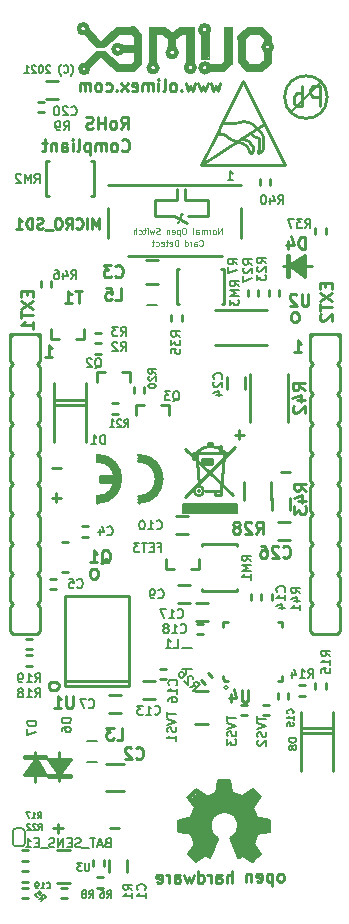
<source format=gbr>
G04 #@! TF.GenerationSoftware,KiCad,Pcbnew,5.1.0-rc2-unknown-036be7d~80~ubuntu16.04.1*
G04 #@! TF.CreationDate,2021-12-15T16:14:17+02:00*
G04 #@! TF.ProjectId,ESP32-PoE_Rev_I,45535033-322d-4506-9f45-5f5265765f49,I*
G04 #@! TF.SameCoordinates,Original*
G04 #@! TF.FileFunction,Legend,Bot*
G04 #@! TF.FilePolarity,Positive*
%FSLAX46Y46*%
G04 Gerber Fmt 4.6, Leading zero omitted, Abs format (unit mm)*
G04 Created by KiCad (PCBNEW 5.1.0-rc2-unknown-036be7d~80~ubuntu16.04.1) date 2021-12-15 16:14:17*
%MOMM*%
%LPD*%
G04 APERTURE LIST*
%ADD10C,0.254000*%
%ADD11C,0.190500*%
%ADD12C,0.158750*%
%ADD13C,0.127000*%
%ADD14C,0.300000*%
%ADD15C,0.200000*%
%ADD16C,0.420000*%
%ADD17C,0.370000*%
%ADD18C,0.400000*%
%ADD19C,0.380000*%
%ADD20C,0.150000*%
%ADD21C,1.000000*%
%ADD22C,0.700000*%
%ADD23C,0.500000*%
%ADD24C,0.100000*%
%ADD25C,0.152400*%
%ADD26C,0.139700*%
%ADD27C,0.222250*%
%ADD28C,0.125000*%
%ADD29C,0.177800*%
G04 APERTURE END LIST*
D10*
X93719952Y-133277428D02*
X94494047Y-133277428D01*
X113150952Y-133658428D02*
X113925047Y-133658428D01*
X109988047Y-130501571D02*
X109213952Y-130501571D01*
X109601000Y-130888619D02*
X109601000Y-130114523D01*
X94494047Y-135835571D02*
X93719952Y-135835571D01*
X94107000Y-136222619D02*
X94107000Y-135448523D01*
X98672952Y-163820928D02*
X99447047Y-163820928D01*
X94243071Y-163442952D02*
X94243071Y-164217047D01*
X94630119Y-163830000D02*
X93856023Y-163830000D01*
D11*
X108621285Y-108929714D02*
X109056714Y-108929714D01*
X108839000Y-108929714D02*
X108839000Y-108167714D01*
X108911571Y-108276571D01*
X108984142Y-108349142D01*
X109056714Y-108385428D01*
D10*
X99646619Y-106407857D02*
X99695000Y-106456238D01*
X99840142Y-106504619D01*
X99936904Y-106504619D01*
X100082047Y-106456238D01*
X100178809Y-106359476D01*
X100227190Y-106262714D01*
X100275571Y-106069190D01*
X100275571Y-105924047D01*
X100227190Y-105730523D01*
X100178809Y-105633761D01*
X100082047Y-105537000D01*
X99936904Y-105488619D01*
X99840142Y-105488619D01*
X99695000Y-105537000D01*
X99646619Y-105585380D01*
X99066047Y-106504619D02*
X99162809Y-106456238D01*
X99211190Y-106407857D01*
X99259571Y-106311095D01*
X99259571Y-106020809D01*
X99211190Y-105924047D01*
X99162809Y-105875666D01*
X99066047Y-105827285D01*
X98920904Y-105827285D01*
X98824142Y-105875666D01*
X98775761Y-105924047D01*
X98727380Y-106020809D01*
X98727380Y-106311095D01*
X98775761Y-106407857D01*
X98824142Y-106456238D01*
X98920904Y-106504619D01*
X99066047Y-106504619D01*
X98291952Y-106504619D02*
X98291952Y-105827285D01*
X98291952Y-105924047D02*
X98243571Y-105875666D01*
X98146809Y-105827285D01*
X98001666Y-105827285D01*
X97904904Y-105875666D01*
X97856523Y-105972428D01*
X97856523Y-106504619D01*
X97856523Y-105972428D02*
X97808142Y-105875666D01*
X97711380Y-105827285D01*
X97566238Y-105827285D01*
X97469476Y-105875666D01*
X97421095Y-105972428D01*
X97421095Y-106504619D01*
X96937285Y-105827285D02*
X96937285Y-106843285D01*
X96937285Y-105875666D02*
X96840523Y-105827285D01*
X96647000Y-105827285D01*
X96550238Y-105875666D01*
X96501857Y-105924047D01*
X96453476Y-106020809D01*
X96453476Y-106311095D01*
X96501857Y-106407857D01*
X96550238Y-106456238D01*
X96647000Y-106504619D01*
X96840523Y-106504619D01*
X96937285Y-106456238D01*
X95872904Y-106504619D02*
X95969666Y-106456238D01*
X96018047Y-106359476D01*
X96018047Y-105488619D01*
X95485857Y-106504619D02*
X95485857Y-105827285D01*
X95485857Y-105488619D02*
X95534238Y-105537000D01*
X95485857Y-105585380D01*
X95437476Y-105537000D01*
X95485857Y-105488619D01*
X95485857Y-105585380D01*
X94566619Y-106504619D02*
X94566619Y-105972428D01*
X94615000Y-105875666D01*
X94711761Y-105827285D01*
X94905285Y-105827285D01*
X95002047Y-105875666D01*
X94566619Y-106456238D02*
X94663380Y-106504619D01*
X94905285Y-106504619D01*
X95002047Y-106456238D01*
X95050428Y-106359476D01*
X95050428Y-106262714D01*
X95002047Y-106165952D01*
X94905285Y-106117571D01*
X94663380Y-106117571D01*
X94566619Y-106069190D01*
X94082809Y-105827285D02*
X94082809Y-106504619D01*
X94082809Y-105924047D02*
X94034428Y-105875666D01*
X93937666Y-105827285D01*
X93792523Y-105827285D01*
X93695761Y-105875666D01*
X93647380Y-105972428D01*
X93647380Y-106504619D01*
X93308714Y-105827285D02*
X92921666Y-105827285D01*
X93163571Y-105488619D02*
X93163571Y-106359476D01*
X93115190Y-106456238D01*
X93018428Y-106504619D01*
X92921666Y-106504619D01*
X99586142Y-104599619D02*
X99924809Y-104115809D01*
X100166714Y-104599619D02*
X100166714Y-103583619D01*
X99779666Y-103583619D01*
X99682904Y-103632000D01*
X99634523Y-103680380D01*
X99586142Y-103777142D01*
X99586142Y-103922285D01*
X99634523Y-104019047D01*
X99682904Y-104067428D01*
X99779666Y-104115809D01*
X100166714Y-104115809D01*
X99005571Y-104599619D02*
X99102333Y-104551238D01*
X99150714Y-104502857D01*
X99199095Y-104406095D01*
X99199095Y-104115809D01*
X99150714Y-104019047D01*
X99102333Y-103970666D01*
X99005571Y-103922285D01*
X98860428Y-103922285D01*
X98763666Y-103970666D01*
X98715285Y-104019047D01*
X98666904Y-104115809D01*
X98666904Y-104406095D01*
X98715285Y-104502857D01*
X98763666Y-104551238D01*
X98860428Y-104599619D01*
X99005571Y-104599619D01*
X98231476Y-104599619D02*
X98231476Y-103583619D01*
X98231476Y-104067428D02*
X97650904Y-104067428D01*
X97650904Y-104599619D02*
X97650904Y-103583619D01*
X97215476Y-104551238D02*
X97070333Y-104599619D01*
X96828428Y-104599619D01*
X96731666Y-104551238D01*
X96683285Y-104502857D01*
X96634904Y-104406095D01*
X96634904Y-104309333D01*
X96683285Y-104212571D01*
X96731666Y-104164190D01*
X96828428Y-104115809D01*
X97021952Y-104067428D01*
X97118714Y-104019047D01*
X97167095Y-103970666D01*
X97215476Y-103873904D01*
X97215476Y-103777142D01*
X97167095Y-103680380D01*
X97118714Y-103632000D01*
X97021952Y-103583619D01*
X96780047Y-103583619D01*
X96634904Y-103632000D01*
X114263714Y-123522619D02*
X114844285Y-123522619D01*
X114554000Y-123522619D02*
X114554000Y-122506619D01*
X114650761Y-122651761D01*
X114747523Y-122748523D01*
X114844285Y-122796904D01*
X93181714Y-123903619D02*
X93762285Y-123903619D01*
X93472000Y-123903619D02*
X93472000Y-122887619D01*
X93568761Y-123032761D01*
X93665523Y-123129523D01*
X93762285Y-123177904D01*
D12*
X95331642Y-100097166D02*
X95361880Y-100066928D01*
X95422357Y-99976214D01*
X95452595Y-99915738D01*
X95482833Y-99825023D01*
X95513071Y-99673833D01*
X95513071Y-99552880D01*
X95482833Y-99401690D01*
X95452595Y-99310976D01*
X95422357Y-99250500D01*
X95361880Y-99159785D01*
X95331642Y-99129547D01*
X94726880Y-99794785D02*
X94757119Y-99825023D01*
X94847833Y-99855261D01*
X94908309Y-99855261D01*
X94999023Y-99825023D01*
X95059500Y-99764547D01*
X95089738Y-99704071D01*
X95119976Y-99583119D01*
X95119976Y-99492404D01*
X95089738Y-99371452D01*
X95059500Y-99310976D01*
X94999023Y-99250500D01*
X94908309Y-99220261D01*
X94847833Y-99220261D01*
X94757119Y-99250500D01*
X94726880Y-99280738D01*
X94515214Y-100097166D02*
X94484976Y-100066928D01*
X94424500Y-99976214D01*
X94394261Y-99915738D01*
X94364023Y-99825023D01*
X94333785Y-99673833D01*
X94333785Y-99552880D01*
X94364023Y-99401690D01*
X94394261Y-99310976D01*
X94424500Y-99250500D01*
X94484976Y-99159785D01*
X94515214Y-99129547D01*
X93577833Y-99280738D02*
X93547595Y-99250500D01*
X93487119Y-99220261D01*
X93335928Y-99220261D01*
X93275452Y-99250500D01*
X93245214Y-99280738D01*
X93214976Y-99341214D01*
X93214976Y-99401690D01*
X93245214Y-99492404D01*
X93608071Y-99855261D01*
X93214976Y-99855261D01*
X92821880Y-99220261D02*
X92761404Y-99220261D01*
X92700928Y-99250500D01*
X92670690Y-99280738D01*
X92640452Y-99341214D01*
X92610214Y-99462166D01*
X92610214Y-99613357D01*
X92640452Y-99734309D01*
X92670690Y-99794785D01*
X92700928Y-99825023D01*
X92761404Y-99855261D01*
X92821880Y-99855261D01*
X92882357Y-99825023D01*
X92912595Y-99794785D01*
X92942833Y-99734309D01*
X92973071Y-99613357D01*
X92973071Y-99462166D01*
X92942833Y-99341214D01*
X92912595Y-99280738D01*
X92882357Y-99250500D01*
X92821880Y-99220261D01*
X92368309Y-99280738D02*
X92338071Y-99250500D01*
X92277595Y-99220261D01*
X92126404Y-99220261D01*
X92065928Y-99250500D01*
X92035690Y-99280738D01*
X92005452Y-99341214D01*
X92005452Y-99401690D01*
X92035690Y-99492404D01*
X92398547Y-99855261D01*
X92005452Y-99855261D01*
X91400690Y-99855261D02*
X91763547Y-99855261D01*
X91582119Y-99855261D02*
X91582119Y-99220261D01*
X91642595Y-99310976D01*
X91703071Y-99371452D01*
X91763547Y-99401690D01*
D10*
X107980238Y-100747285D02*
X107786714Y-101424619D01*
X107593190Y-100940809D01*
X107399666Y-101424619D01*
X107206142Y-100747285D01*
X106915857Y-100747285D02*
X106722333Y-101424619D01*
X106528809Y-100940809D01*
X106335285Y-101424619D01*
X106141761Y-100747285D01*
X105851476Y-100747285D02*
X105657952Y-101424619D01*
X105464428Y-100940809D01*
X105270904Y-101424619D01*
X105077380Y-100747285D01*
X104690333Y-101327857D02*
X104641952Y-101376238D01*
X104690333Y-101424619D01*
X104738714Y-101376238D01*
X104690333Y-101327857D01*
X104690333Y-101424619D01*
X104061380Y-101424619D02*
X104158142Y-101376238D01*
X104206523Y-101327857D01*
X104254904Y-101231095D01*
X104254904Y-100940809D01*
X104206523Y-100844047D01*
X104158142Y-100795666D01*
X104061380Y-100747285D01*
X103916238Y-100747285D01*
X103819476Y-100795666D01*
X103771095Y-100844047D01*
X103722714Y-100940809D01*
X103722714Y-101231095D01*
X103771095Y-101327857D01*
X103819476Y-101376238D01*
X103916238Y-101424619D01*
X104061380Y-101424619D01*
X103142142Y-101424619D02*
X103238904Y-101376238D01*
X103287285Y-101279476D01*
X103287285Y-100408619D01*
X102755095Y-101424619D02*
X102755095Y-100747285D01*
X102755095Y-100408619D02*
X102803476Y-100457000D01*
X102755095Y-100505380D01*
X102706714Y-100457000D01*
X102755095Y-100408619D01*
X102755095Y-100505380D01*
X102271285Y-101424619D02*
X102271285Y-100747285D01*
X102271285Y-100844047D02*
X102222904Y-100795666D01*
X102126142Y-100747285D01*
X101981000Y-100747285D01*
X101884238Y-100795666D01*
X101835857Y-100892428D01*
X101835857Y-101424619D01*
X101835857Y-100892428D02*
X101787476Y-100795666D01*
X101690714Y-100747285D01*
X101545571Y-100747285D01*
X101448809Y-100795666D01*
X101400428Y-100892428D01*
X101400428Y-101424619D01*
X100529571Y-101376238D02*
X100626333Y-101424619D01*
X100819857Y-101424619D01*
X100916619Y-101376238D01*
X100965000Y-101279476D01*
X100965000Y-100892428D01*
X100916619Y-100795666D01*
X100819857Y-100747285D01*
X100626333Y-100747285D01*
X100529571Y-100795666D01*
X100481190Y-100892428D01*
X100481190Y-100989190D01*
X100965000Y-101085952D01*
X100142523Y-101424619D02*
X99610333Y-100747285D01*
X100142523Y-100747285D02*
X99610333Y-101424619D01*
X99223285Y-101327857D02*
X99174904Y-101376238D01*
X99223285Y-101424619D01*
X99271666Y-101376238D01*
X99223285Y-101327857D01*
X99223285Y-101424619D01*
X98304047Y-101376238D02*
X98400809Y-101424619D01*
X98594333Y-101424619D01*
X98691095Y-101376238D01*
X98739476Y-101327857D01*
X98787857Y-101231095D01*
X98787857Y-100940809D01*
X98739476Y-100844047D01*
X98691095Y-100795666D01*
X98594333Y-100747285D01*
X98400809Y-100747285D01*
X98304047Y-100795666D01*
X97723476Y-101424619D02*
X97820238Y-101376238D01*
X97868619Y-101327857D01*
X97917000Y-101231095D01*
X97917000Y-100940809D01*
X97868619Y-100844047D01*
X97820238Y-100795666D01*
X97723476Y-100747285D01*
X97578333Y-100747285D01*
X97481571Y-100795666D01*
X97433190Y-100844047D01*
X97384809Y-100940809D01*
X97384809Y-101231095D01*
X97433190Y-101327857D01*
X97481571Y-101376238D01*
X97578333Y-101424619D01*
X97723476Y-101424619D01*
X96949380Y-101424619D02*
X96949380Y-100747285D01*
X96949380Y-100844047D02*
X96901000Y-100795666D01*
X96804238Y-100747285D01*
X96659095Y-100747285D01*
X96562333Y-100795666D01*
X96513952Y-100892428D01*
X96513952Y-101424619D01*
X96513952Y-100892428D02*
X96465571Y-100795666D01*
X96368809Y-100747285D01*
X96223666Y-100747285D01*
X96126904Y-100795666D01*
X96078523Y-100892428D01*
X96078523Y-101424619D01*
X112395000Y-136906000D02*
X112395000Y-135890000D01*
X113919000Y-136906000D02*
X113919000Y-135890000D01*
X113741000Y-125323200D02*
X113741000Y-129387200D01*
X110541000Y-125323200D02*
X110541000Y-129387200D01*
X111928000Y-122912000D02*
X107528000Y-122912000D01*
X111928000Y-119912000D02*
X107528000Y-119912000D01*
D13*
X96723200Y-158242000D02*
X97561400Y-158242000D01*
X96723200Y-156464000D02*
X97561400Y-156464000D01*
D10*
X92316300Y-159867600D02*
X92316300Y-157391100D01*
X93268800Y-159283400D02*
X92354400Y-157911800D01*
X92354400Y-157911800D02*
X91363800Y-159283400D01*
X93268800Y-157911800D02*
X91363800Y-157911800D01*
X93268800Y-159283400D02*
X91363800Y-159283400D01*
X93268800Y-157734000D02*
X91363800Y-157734000D01*
X91363800Y-157911800D02*
X91363800Y-157734000D01*
X93268800Y-157911800D02*
X93268800Y-157734000D01*
X91567000Y-159131000D02*
X93091000Y-159131000D01*
X92964000Y-159004000D02*
X91694000Y-159004000D01*
X91821000Y-158877000D02*
X92964000Y-158877000D01*
X92710000Y-158750000D02*
X91821000Y-158750000D01*
X92710000Y-158623000D02*
X91948000Y-158623000D01*
X92583000Y-158496000D02*
X91948000Y-158496000D01*
X92456000Y-158369000D02*
X92075000Y-158369000D01*
X106984800Y-155018700D02*
X105854500Y-155018700D01*
X106984800Y-152212000D02*
X105854500Y-152212000D01*
X111887000Y-154241500D02*
X112141000Y-154241500D01*
X111887000Y-154241500D02*
X111633000Y-154241500D01*
X111887000Y-153352500D02*
X111633000Y-153352500D01*
X111887000Y-153352500D02*
X112141000Y-153352500D01*
X114246000Y-116068000D02*
X114246000Y-116449000D01*
X114373000Y-115941000D02*
X114373000Y-116576000D01*
X114500000Y-115814000D02*
X114500000Y-116576000D01*
X114627000Y-115814000D02*
X114627000Y-116703000D01*
X114754000Y-116703000D02*
X114754000Y-115560000D01*
X114881000Y-115560000D02*
X114881000Y-116830000D01*
X115008000Y-116957000D02*
X115008000Y-115433000D01*
X113788800Y-115255200D02*
X113611000Y-115255200D01*
X113788800Y-117160200D02*
X113611000Y-117160200D01*
X113611000Y-115255200D02*
X113611000Y-117160200D01*
X115160400Y-115255200D02*
X115160400Y-117160200D01*
X113788800Y-115255200D02*
X113788800Y-117160200D01*
X113788800Y-116169600D02*
X115160400Y-117160200D01*
X115160400Y-115255200D02*
X113788800Y-116169600D01*
X115744600Y-116207700D02*
X113268100Y-116207700D01*
X97814000Y-134239000D02*
X99064000Y-134239000D01*
X97814000Y-134489000D02*
X99064000Y-134489000D01*
X97814000Y-133989000D02*
X97814000Y-134489000D01*
X99064000Y-133989000D02*
X97814000Y-133989000D01*
X97564000Y-132239000D02*
X97564000Y-132739000D01*
X97564000Y-136239000D02*
G75*
G03X97564000Y-132239000I0J2000000D01*
G01*
X97564000Y-135739000D02*
X97564000Y-136239000D01*
D14*
X97613980Y-135989000D02*
G75*
G03X97614000Y-132489000I-49980J1750000D01*
G01*
D10*
X97564000Y-135739000D02*
G75*
G03X97564000Y-132739000I0J1500000D01*
G01*
D14*
X101113980Y-135989000D02*
G75*
G03X101114000Y-132489000I-49980J1750000D01*
G01*
D10*
X101064000Y-135739000D02*
X101064000Y-136239000D01*
X101064000Y-132239000D02*
X101064000Y-132739000D01*
X101064000Y-136239000D02*
G75*
G03X101064000Y-132239000I0J2000000D01*
G01*
X101064000Y-135739000D02*
G75*
G03X101064000Y-132739000I0J1500000D01*
G01*
X98552000Y-152527000D02*
X99568000Y-152527000D01*
X98552000Y-154051000D02*
X99568000Y-154051000D01*
X102946200Y-128016000D02*
X103657400Y-128016000D01*
X103657400Y-128854200D02*
X103657400Y-128016000D01*
X100812600Y-128854200D02*
X100812600Y-128016000D01*
X100812600Y-128016000D02*
X101523800Y-128016000D01*
X99641660Y-125181360D02*
X100352860Y-125181360D01*
X100352860Y-126019560D02*
X100352860Y-125181360D01*
X97508060Y-126019560D02*
X97508060Y-125181360D01*
X97508060Y-125181360D02*
X98219260Y-125181360D01*
X96479360Y-122392440D02*
X95768160Y-122392440D01*
X96479360Y-121554240D02*
X96479360Y-122392440D01*
X93634560Y-121554240D02*
X93634560Y-122392440D01*
X94345760Y-122392440D02*
X93634560Y-122392440D01*
D13*
X101803200Y-119507000D02*
X102641400Y-119507000D01*
X101803200Y-117729000D02*
X102641400Y-117729000D01*
D10*
X106197400Y-141859000D02*
X105486200Y-141859000D01*
X106197400Y-141020800D02*
X106197400Y-141859000D01*
X103352600Y-141020800D02*
X103352600Y-141859000D01*
X104063800Y-141859000D02*
X103352600Y-141859000D01*
D15*
X108634013Y-151892000D02*
G75*
G03X108634013Y-151892000I-176013J0D01*
G01*
D10*
X108645960Y-151343360D02*
X108419900Y-151343360D01*
X113243360Y-151343360D02*
X112842040Y-151343360D01*
X113243360Y-150942040D02*
X113243360Y-151343360D01*
X113243360Y-146344640D02*
X113243360Y-146745960D01*
X112842040Y-146344640D02*
X113243360Y-146344640D01*
X108244640Y-146344640D02*
X108645960Y-146344640D01*
X108244640Y-146745960D02*
X108244640Y-146344640D01*
X108244640Y-151168100D02*
X108244640Y-150942040D01*
X108419900Y-151343360D02*
X108244640Y-151168100D01*
X103124000Y-150304500D02*
X103378000Y-150304500D01*
X103124000Y-150304500D02*
X102870000Y-150304500D01*
X103124000Y-151193500D02*
X102870000Y-151193500D01*
X103124000Y-151193500D02*
X103378000Y-151193500D01*
X102489000Y-152908000D02*
X101473000Y-152908000D01*
X102489000Y-151384000D02*
X101473000Y-151384000D01*
X91440000Y-166560500D02*
X91186000Y-166560500D01*
X91440000Y-166560500D02*
X91694000Y-166560500D01*
X91440000Y-167449500D02*
X91694000Y-167449500D01*
X91440000Y-167449500D02*
X91186000Y-167449500D01*
X91440000Y-166560500D02*
X91694000Y-166560500D01*
X91440000Y-166560500D02*
X91186000Y-166560500D01*
X91440000Y-165671500D02*
X91186000Y-165671500D01*
X91440000Y-165671500D02*
X91694000Y-165671500D01*
X94373700Y-157378400D02*
X94373700Y-159854900D01*
X93421200Y-157962600D02*
X94335600Y-159334200D01*
X94335600Y-159334200D02*
X95326200Y-157962600D01*
X93421200Y-159334200D02*
X95326200Y-159334200D01*
X93421200Y-157962600D02*
X95326200Y-157962600D01*
X93421200Y-159512000D02*
X95326200Y-159512000D01*
X95326200Y-159334200D02*
X95326200Y-159512000D01*
X93421200Y-159334200D02*
X93421200Y-159512000D01*
X95123000Y-158115000D02*
X93599000Y-158115000D01*
X93726000Y-158242000D02*
X94996000Y-158242000D01*
X94869000Y-158369000D02*
X93726000Y-158369000D01*
X93980000Y-158496000D02*
X94869000Y-158496000D01*
X93980000Y-158623000D02*
X94742000Y-158623000D01*
X94107000Y-158750000D02*
X94742000Y-158750000D01*
X94234000Y-158877000D02*
X94615000Y-158877000D01*
X91440000Y-167449500D02*
X91186000Y-167449500D01*
X91440000Y-167449500D02*
X91694000Y-167449500D01*
X91440000Y-168338500D02*
X91694000Y-168338500D01*
X91440000Y-168338500D02*
X91186000Y-168338500D01*
X92837000Y-103187500D02*
X93091000Y-103187500D01*
X92837000Y-103187500D02*
X92583000Y-103187500D01*
X92837000Y-102298500D02*
X92583000Y-102298500D01*
X92837000Y-102298500D02*
X93091000Y-102298500D01*
X97790000Y-167957500D02*
X97536000Y-167957500D01*
X97790000Y-167957500D02*
X98044000Y-167957500D01*
X97790000Y-168846500D02*
X98044000Y-168846500D01*
X97790000Y-168846500D02*
X97536000Y-168846500D01*
X95300800Y-165671500D02*
X94170500Y-165671500D01*
X95300800Y-168478200D02*
X94170500Y-168478200D01*
D16*
X109557820Y-166164260D02*
X109006640Y-164741860D01*
D17*
X109903260Y-165978840D02*
X109585760Y-166184580D01*
D18*
X110693200Y-166527480D02*
X109913420Y-165996620D01*
D19*
X111269780Y-165989000D02*
X110705900Y-166527480D01*
D17*
X111254540Y-165989000D02*
X110721140Y-165155880D01*
X111079280Y-164228780D02*
X110721140Y-165112700D01*
X112057180Y-163987480D02*
X111107220Y-164205920D01*
D19*
X112047020Y-163210240D02*
X112052100Y-163997640D01*
D17*
X112059720Y-163197540D02*
X111041180Y-163017200D01*
X111010700Y-162981640D02*
X110662720Y-162115500D01*
X111239300Y-161213800D02*
X110683040Y-162064700D01*
D19*
X111249460Y-161190940D02*
X110749080Y-160657540D01*
D17*
X110700820Y-160632140D02*
X109872780Y-161284920D01*
X109811820Y-161274760D02*
X108966000Y-160868360D01*
X108706920Y-159834580D02*
X108912660Y-160848040D01*
X108714540Y-159821880D02*
X107929680Y-159821880D01*
X107947460Y-159842200D02*
X107734100Y-160860740D01*
X107734100Y-160860740D02*
X106832400Y-161310320D01*
X106819700Y-161305240D02*
X105915460Y-160670800D01*
X105915460Y-160672780D02*
X105361740Y-161218880D01*
X105361740Y-161221420D02*
X105978960Y-162011360D01*
X105978960Y-162011360D02*
X105638600Y-162948620D01*
X105638600Y-162948620D02*
X104556560Y-163177220D01*
X104556560Y-163177220D02*
X104556560Y-164012880D01*
X104556560Y-164012880D02*
X105570020Y-164183060D01*
X105570020Y-164183060D02*
X105976420Y-165094920D01*
X105925620Y-166542720D02*
X106761280Y-165976300D01*
X106761280Y-165976300D02*
X107099100Y-166161720D01*
X107099100Y-166161720D02*
X107673140Y-164721540D01*
X105976420Y-165094920D02*
X105356660Y-165981380D01*
X105910380Y-166535100D02*
X105356660Y-165989000D01*
D20*
X109476540Y-166344600D02*
X108826300Y-164675820D01*
X109860080Y-166141400D02*
X109514640Y-166362380D01*
X109872780Y-166131240D02*
X110698280Y-166695120D01*
X110705900Y-166702740D02*
X111427260Y-166009320D01*
X111434880Y-166006780D02*
X110837980Y-165143180D01*
X112196880Y-164099240D02*
X111125000Y-164294820D01*
X112196880Y-163106100D02*
X112196880Y-164091620D01*
X112199420Y-163103560D02*
X111028480Y-162900360D01*
X111130080Y-162905440D02*
X110794800Y-162072320D01*
X111391700Y-161221420D02*
X110797340Y-162074860D01*
X111412020Y-161185860D02*
X110738920Y-160472120D01*
X110726220Y-160469580D02*
X109755940Y-161185860D01*
X109791500Y-161117280D02*
X108887260Y-160738820D01*
X108803440Y-159722820D02*
X109004100Y-160748980D01*
X108793280Y-159715200D02*
X107828080Y-159715200D01*
X107828080Y-159715200D02*
X107602020Y-160886140D01*
X107612180Y-160804860D02*
X106807000Y-161142680D01*
X106926380Y-161190940D02*
X105915460Y-160517840D01*
X105910380Y-160515300D02*
X105216960Y-161206180D01*
X105211880Y-161213800D02*
X105915460Y-162204400D01*
X105826560Y-162095180D02*
X105460800Y-162963860D01*
X104523540Y-163865560D02*
X105630980Y-164089080D01*
X104439720Y-163123880D02*
X104442260Y-164081460D01*
X105577640Y-164312600D02*
X104454960Y-164101780D01*
X105473500Y-164279580D02*
X105854500Y-165260020D01*
X105506520Y-165915340D02*
X105991660Y-166446200D01*
X105902760Y-166690040D02*
X105219500Y-165999160D01*
X106789220Y-166075360D02*
X105912920Y-166695120D01*
X105925620Y-166380160D02*
X106746040Y-165851840D01*
X106608880Y-166047420D02*
X107137200Y-166375080D01*
X107137200Y-166375080D02*
X107523280Y-165394640D01*
X107528360Y-164696140D02*
X107000040Y-166077900D01*
X111904780Y-163294060D02*
X111904780Y-163944300D01*
X112047020Y-163349940D02*
X110931960Y-163103560D01*
X110517940Y-162082480D02*
X110904020Y-163080700D01*
X110512860Y-162087560D02*
X111114840Y-161178240D01*
X110756700Y-160733740D02*
X109872780Y-161455100D01*
X107485180Y-164754560D02*
X107307380Y-164632640D01*
X107307380Y-164632640D02*
X106931460Y-163921440D01*
X106931460Y-163921440D02*
X106931460Y-163403280D01*
X106926380Y-163415980D02*
X107160060Y-162742880D01*
X107160060Y-162742880D02*
X107670600Y-162313620D01*
X107670600Y-162313620D02*
X108485940Y-162153600D01*
X108485940Y-162145980D02*
X109357160Y-162575240D01*
X109357160Y-162575240D02*
X109776260Y-163306760D01*
X109781340Y-163311840D02*
X109649260Y-164134800D01*
X109644180Y-164165280D02*
X109550200Y-164335460D01*
X109644180Y-164165280D02*
X109550200Y-164335460D01*
X109420660Y-164386260D02*
X109161580Y-164724080D01*
X109052360Y-164500560D02*
X108826300Y-164675820D01*
X107551220Y-164503100D02*
X107805220Y-164668200D01*
X107688380Y-164957760D02*
X107810300Y-164673280D01*
X109867700Y-161452560D02*
X108884720Y-160959800D01*
X109537500Y-164365940D02*
X109230160Y-164632640D01*
D21*
X110553500Y-165795960D02*
X109700060Y-164774880D01*
X111589820Y-163591240D02*
X110172500Y-163530280D01*
X110604300Y-161305240D02*
X109542580Y-162412680D01*
X108343700Y-160329880D02*
X108338620Y-161843720D01*
X106078020Y-161386520D02*
X107190540Y-162453320D01*
X105087420Y-163570920D02*
X106555540Y-163657280D01*
X109877860Y-165623240D02*
X109512100Y-164861240D01*
X110543340Y-164724080D02*
X109979460Y-164244020D01*
X110792260Y-164078920D02*
X110086140Y-163951920D01*
X110467140Y-162834320D02*
X110025180Y-162994340D01*
X110291880Y-162354260D02*
X109834680Y-162643820D01*
X109293660Y-161577020D02*
X109118400Y-161935160D01*
X108859320Y-161317940D02*
X108691680Y-161927540D01*
X107594400Y-161333180D02*
X107815380Y-162018980D01*
X107007660Y-161584640D02*
X107426760Y-162171380D01*
X106138980Y-162453320D02*
X106794300Y-162819080D01*
X105897680Y-163146740D02*
X106619040Y-163294060D01*
X106733340Y-164304980D02*
X106123740Y-164411660D01*
X107053380Y-164724080D02*
X106436160Y-165051740D01*
X107167680Y-164861240D02*
X105986580Y-165874700D01*
X107167680Y-164769800D02*
X106834940Y-165501320D01*
D17*
X109232700Y-162697160D02*
G75*
G02X109156500Y-164551360I-965200J-889000D01*
G01*
X107281980Y-162869880D02*
G75*
G02X109207300Y-162671760I1061720J-863600D01*
G01*
X107662980Y-164719000D02*
G75*
G02X107292140Y-162854640I746760J1117600D01*
G01*
D10*
X97663000Y-122745500D02*
X97917000Y-122745500D01*
X97663000Y-122745500D02*
X97409000Y-122745500D01*
X97663000Y-121856500D02*
X97409000Y-121856500D01*
X97663000Y-121856500D02*
X97917000Y-121856500D01*
X105283000Y-137414000D02*
X104267000Y-137414000D01*
X105283000Y-138938000D02*
X104267000Y-138938000D01*
D18*
X112338747Y-97663000D02*
G75*
G03X112338747Y-97663000I-337447J0D01*
G01*
D22*
X112014000Y-96888300D02*
X111506000Y-96380300D01*
X110413800Y-96304100D02*
X109778800Y-96913700D01*
X109804200Y-98869500D02*
X110363000Y-99453700D01*
X108178600Y-99466400D02*
X108635800Y-99009200D01*
X107192800Y-99466400D02*
X108178600Y-99466400D01*
D18*
X107046324Y-99441000D02*
G75*
G03X107046324Y-99441000I-366324J0D01*
G01*
D22*
X106680000Y-96748600D02*
X106680000Y-98348800D01*
D18*
X107040818Y-96215200D02*
G75*
G03X107040818Y-96215200I-373518J0D01*
G01*
X105807759Y-99415600D02*
G75*
G03X105807759Y-99415600I-359659J0D01*
G01*
D22*
X105460800Y-98907600D02*
X105460800Y-96316800D01*
X105460800Y-96316800D02*
X104622600Y-96316800D01*
X104622600Y-96316800D02*
X104013000Y-96824800D01*
X103911400Y-97612200D02*
X103911400Y-96901000D01*
X103835200Y-96824800D02*
X103200200Y-96316800D01*
D18*
X104282318Y-98145600D02*
G75*
G03X104282318Y-98145600I-370918J0D01*
G01*
D22*
X103200200Y-96316800D02*
X102311200Y-96316800D01*
D18*
X102661729Y-99428300D02*
G75*
G03X102661729Y-99428300I-363229J0D01*
G01*
X96798666Y-99517200D02*
G75*
G03X96798666Y-99517200I-329466J0D01*
G01*
D22*
X96799400Y-99161600D02*
X97637600Y-98348800D01*
D23*
X98145600Y-98247200D02*
X97612200Y-98247200D01*
D22*
X99288600Y-99466400D02*
X98145600Y-98348800D01*
X100609400Y-99466400D02*
X99288600Y-99466400D01*
X101041200Y-99034600D02*
X100609400Y-99466400D01*
X101041200Y-96799400D02*
X101041200Y-99034600D01*
X101041200Y-96774000D02*
X100558600Y-96266000D01*
X100510500Y-96291400D02*
X99288600Y-96291400D01*
X99288600Y-96291400D02*
X98196400Y-97358200D01*
D23*
X98171000Y-97472500D02*
X97612200Y-97472500D01*
D22*
X96748600Y-96481900D02*
X97612200Y-97375600D01*
D18*
X96739735Y-96126300D02*
G75*
G03X96739735Y-96126300I-359435J0D01*
G01*
D22*
X99822000Y-97866200D02*
X101041200Y-97866200D01*
D18*
X99673659Y-97866200D02*
G75*
G03X99673659Y-97866200I-359659J0D01*
G01*
D22*
X111442500Y-99479100D02*
X110401100Y-99479100D01*
X112001300Y-98920300D02*
X112001300Y-98158300D01*
X112014000Y-98907600D02*
X111429800Y-99479100D01*
X112014000Y-96939100D02*
X112014000Y-97180400D01*
X109791500Y-96901000D02*
X109791500Y-98831400D01*
X110413800Y-96291400D02*
X111417100Y-96291400D01*
X102298500Y-96304100D02*
X102298500Y-98907600D01*
X108635800Y-99021900D02*
X108635800Y-96291400D01*
D24*
X108635800Y-95948500D02*
X108915200Y-95948500D01*
X108940600Y-95948500D02*
X108940600Y-99098100D01*
X108927900Y-95948500D02*
X108940600Y-95948500D01*
X108915200Y-95948500D02*
X108927900Y-95948500D01*
X108800900Y-96037400D02*
X108864400Y-96024700D01*
X108318300Y-95948500D02*
X108318300Y-98983800D01*
X108623100Y-95948500D02*
X108318300Y-95948500D01*
X108496100Y-96024700D02*
X108381800Y-96024700D01*
X106997500Y-96634300D02*
X106997500Y-98653600D01*
X106362500Y-98653600D02*
X106362500Y-96634300D01*
X106387900Y-98653600D02*
X106362500Y-98653600D01*
X106997500Y-98653600D02*
X106387900Y-98653600D01*
X106857800Y-98590100D02*
X106921300Y-98590100D01*
X106514900Y-98590100D02*
X106426000Y-98590100D01*
X105778300Y-98996500D02*
X105778300Y-96012000D01*
X104533700Y-95999300D02*
X103949500Y-96481900D01*
X105778300Y-95999300D02*
X104533700Y-95999300D01*
X105625900Y-96062800D02*
X105702100Y-96062800D01*
X101968300Y-99021900D02*
X101968300Y-96012000D01*
X103289100Y-95999300D02*
X103911400Y-96494600D01*
X103263700Y-95999300D02*
X103289100Y-95999300D01*
X101968300Y-95999300D02*
X103263700Y-95999300D01*
X101968300Y-96012000D02*
X101968300Y-95999300D01*
X102120700Y-96075500D02*
X102019100Y-96075500D01*
X99174300Y-95961200D02*
X97917000Y-97205800D01*
X99225100Y-95961200D02*
X99174300Y-95961200D01*
X100596700Y-95961200D02*
X99225100Y-95961200D01*
D10*
X106045000Y-131953000D02*
G75*
G02X108331000Y-131953000I1143000J-1143000D01*
G01*
D13*
X106299000Y-135255000D02*
G75*
G03X106299000Y-135255000I-127000J0D01*
G01*
D10*
X107315000Y-131191000D02*
X107315000Y-131318000D01*
X107315000Y-131318000D02*
X106934000Y-131318000D01*
X106934000Y-131318000D02*
X106934000Y-131191000D01*
X106934000Y-131191000D02*
X107315000Y-131191000D01*
X107188000Y-132715000D02*
X106553000Y-132715000D01*
X107315000Y-132588000D02*
X106426000Y-132588000D01*
X106426000Y-132588000D02*
X106426000Y-132969000D01*
X106426000Y-132969000D02*
X107315000Y-132969000D01*
X107315000Y-132969000D02*
X107315000Y-132588000D01*
X105918000Y-132588000D02*
X105918000Y-132207000D01*
X105918000Y-132207000D02*
X105791000Y-132207000D01*
X105791000Y-132207000D02*
X105791000Y-132588000D01*
X105918000Y-132207000D02*
X105918000Y-132334000D01*
X105918000Y-132080000D02*
X105791000Y-132461000D01*
X105918000Y-132207000D02*
X105918000Y-132334000D01*
X106045000Y-132080000D02*
X106045000Y-132588000D01*
X106045000Y-132588000D02*
X105664000Y-132588000D01*
X105664000Y-132588000D02*
X105664000Y-132080000D01*
X108077000Y-131953000D02*
X108077000Y-131445000D01*
X108077000Y-131445000D02*
X107950000Y-131445000D01*
X107950000Y-131445000D02*
X107950000Y-131953000D01*
X106573609Y-135255000D02*
G75*
G03X106573609Y-135255000I-401609J0D01*
G01*
X106172000Y-134747000D02*
X106045000Y-132715000D01*
X108077000Y-135255000D02*
X108077000Y-135636000D01*
X108077000Y-135636000D02*
X107569000Y-135636000D01*
X107569000Y-135636000D02*
X107569000Y-135382000D01*
X108585000Y-132080000D02*
X105664000Y-132080000D01*
X108077000Y-135255000D02*
X108331000Y-132207000D01*
X108077000Y-135255000D02*
X106680000Y-135255000D01*
X109093000Y-135636000D02*
X105029000Y-131699000D01*
X109220000Y-131572000D02*
X105029000Y-135763000D01*
D20*
X109375200Y-137008400D02*
X104955600Y-137008400D01*
X104955600Y-136906800D02*
X109324400Y-136906800D01*
X109375200Y-136703600D02*
X104904800Y-136703600D01*
X109375200Y-136551200D02*
X104955600Y-136551200D01*
X104904800Y-136805200D02*
X109324400Y-136805200D01*
X104904800Y-136652800D02*
X109324400Y-136652800D01*
X109375200Y-136500400D02*
X104904800Y-136500400D01*
X104904800Y-136398800D02*
X109324400Y-136398800D01*
X104854000Y-137110000D02*
X109426000Y-137110000D01*
X109426000Y-137110000D02*
X109426000Y-136348000D01*
X109426000Y-136348000D02*
X104854000Y-136348000D01*
X104854000Y-136348000D02*
X104854000Y-137110000D01*
D10*
X117042037Y-101914960D02*
G75*
G03X117042037Y-101914960I-1802237J0D01*
G01*
D15*
X114079020Y-103078280D02*
X116512340Y-100657660D01*
D10*
X102743000Y-115697000D02*
X101727000Y-115697000D01*
X102743000Y-117729000D02*
X101727000Y-117729000D01*
X110553500Y-144272000D02*
X110553500Y-144526000D01*
X110553500Y-144272000D02*
X110553500Y-144018000D01*
X111442500Y-144272000D02*
X111442500Y-144018000D01*
X111442500Y-144272000D02*
X111442500Y-144526000D01*
X106299000Y-147383500D02*
X106553000Y-147383500D01*
X106299000Y-147383500D02*
X106045000Y-147383500D01*
X106299000Y-146494500D02*
X106045000Y-146494500D01*
X106299000Y-146494500D02*
X106553000Y-146494500D01*
X112839500Y-152654000D02*
X112839500Y-152908000D01*
X112839500Y-152654000D02*
X112839500Y-152400000D01*
X113728500Y-152654000D02*
X113728500Y-152400000D01*
X113728500Y-152654000D02*
X113728500Y-152908000D01*
X92773500Y-117729000D02*
X92773500Y-117983000D01*
X92773500Y-117729000D02*
X92773500Y-117475000D01*
X93662500Y-117729000D02*
X93662500Y-117475000D01*
X93662500Y-117729000D02*
X93662500Y-117983000D01*
X111315500Y-109093000D02*
X111315500Y-109347000D01*
X111315500Y-109093000D02*
X111315500Y-108839000D01*
X112204500Y-109093000D02*
X112204500Y-108839000D01*
X112204500Y-109093000D02*
X112204500Y-109347000D01*
X104711500Y-120650000D02*
X104711500Y-120396000D01*
X104711500Y-120650000D02*
X104711500Y-120904000D01*
X103822500Y-120650000D02*
X103822500Y-120904000D01*
X103822500Y-120650000D02*
X103822500Y-120396000D01*
X106514481Y-151466099D02*
X106694086Y-151645704D01*
X106514481Y-151466099D02*
X106334876Y-151286494D01*
X107143099Y-150837481D02*
X106963494Y-150657876D01*
X107143099Y-150837481D02*
X107322704Y-151017086D01*
X91440000Y-169735500D02*
X91694000Y-169735500D01*
X91440000Y-169735500D02*
X91186000Y-169735500D01*
X91440000Y-168846500D02*
X91186000Y-168846500D01*
X91440000Y-168846500D02*
X91694000Y-168846500D01*
X116014500Y-151765000D02*
X116014500Y-152019000D01*
X116014500Y-151765000D02*
X116014500Y-151511000D01*
X116903500Y-151765000D02*
X116903500Y-151511000D01*
X116903500Y-151765000D02*
X116903500Y-152019000D01*
X114935000Y-151701500D02*
X114681000Y-151701500D01*
X114935000Y-151701500D02*
X115189000Y-151701500D01*
X114935000Y-152590500D02*
X115189000Y-152590500D01*
X114935000Y-152590500D02*
X114681000Y-152590500D01*
X94742000Y-169735500D02*
X94996000Y-169735500D01*
X94742000Y-169735500D02*
X94488000Y-169735500D01*
X94742000Y-168846500D02*
X94488000Y-168846500D01*
X94742000Y-168846500D02*
X94996000Y-168846500D01*
X97663000Y-122745500D02*
X97409000Y-122745500D01*
X97663000Y-122745500D02*
X97917000Y-122745500D01*
X97663000Y-123634500D02*
X97917000Y-123634500D01*
X97663000Y-123634500D02*
X97409000Y-123634500D01*
X98107500Y-166751000D02*
X98107500Y-166497000D01*
X98107500Y-166751000D02*
X98107500Y-167005000D01*
X97218500Y-166751000D02*
X97218500Y-167005000D01*
X97218500Y-166751000D02*
X97218500Y-166497000D01*
X91821000Y-148653500D02*
X92075000Y-148653500D01*
X91821000Y-148653500D02*
X91567000Y-148653500D01*
X91821000Y-147764500D02*
X91567000Y-147764500D01*
X91821000Y-147764500D02*
X92075000Y-147764500D01*
X91821000Y-150050500D02*
X92075000Y-150050500D01*
X91821000Y-150050500D02*
X91567000Y-150050500D01*
X91821000Y-149161500D02*
X91567000Y-149161500D01*
X91821000Y-149161500D02*
X92075000Y-149161500D01*
X115570000Y-121950000D02*
X118110000Y-121950000D01*
X117856000Y-127030000D02*
X118110000Y-127284000D01*
X118110000Y-126776000D02*
X117856000Y-127030000D01*
X118110000Y-124236000D02*
X118110000Y-122458000D01*
X117856000Y-124490000D02*
X118110000Y-124236000D01*
X118110000Y-124744000D02*
X117856000Y-124490000D01*
X118110000Y-126776000D02*
X118110000Y-124744000D01*
X118110000Y-122458000D02*
X118110000Y-121950000D01*
X118110000Y-122204000D02*
X117856000Y-121950000D01*
X115824000Y-121950000D02*
X115570000Y-122204000D01*
X118110000Y-129316000D02*
X118110000Y-127284000D01*
X117856000Y-129570000D02*
X118110000Y-129316000D01*
X118110000Y-132364000D02*
X117856000Y-132110000D01*
X118110000Y-131856000D02*
X118110000Y-129824000D01*
X117856000Y-132110000D02*
X118110000Y-131856000D01*
X115570000Y-131856000D02*
X115824000Y-132110000D01*
X115570000Y-129824000D02*
X115570000Y-131856000D01*
X115824000Y-129570000D02*
X115570000Y-129824000D01*
X115570000Y-129316000D02*
X115824000Y-129570000D01*
X115570000Y-127284000D02*
X115570000Y-129316000D01*
X115824000Y-127030000D02*
X115570000Y-127284000D01*
X115570000Y-126776000D02*
X115824000Y-127030000D01*
X115570000Y-124744000D02*
X115570000Y-126776000D01*
X115824000Y-124490000D02*
X115570000Y-124744000D01*
X115570000Y-124236000D02*
X115824000Y-124490000D01*
X115570000Y-122204000D02*
X115570000Y-124236000D01*
X115570000Y-121950000D02*
X115570000Y-122204000D01*
X115824000Y-132110000D02*
X115570000Y-132364000D01*
X115570000Y-132364000D02*
X115570000Y-134396000D01*
X115570000Y-136936000D02*
X115824000Y-137190000D01*
X118110000Y-134396000D02*
X118110000Y-132364000D01*
X118110000Y-129824000D02*
X117856000Y-129570000D01*
X117856000Y-137190000D02*
X118110000Y-136936000D01*
X115570000Y-134904000D02*
X115570000Y-136936000D01*
X115824000Y-134650000D02*
X115570000Y-134904000D01*
X118110000Y-136936000D02*
X118110000Y-134904000D01*
X117856000Y-134650000D02*
X118110000Y-134396000D01*
X118110000Y-134904000D02*
X117856000Y-134650000D01*
X115570000Y-134396000D02*
X115824000Y-134650000D01*
X115570000Y-136936000D02*
X115824000Y-137190000D01*
X117856000Y-137190000D02*
X118110000Y-136936000D01*
X118110000Y-136936000D02*
X118110000Y-134904000D01*
X115570000Y-134904000D02*
X115570000Y-136936000D01*
X115824000Y-134650000D02*
X115570000Y-134904000D01*
X118110000Y-134904000D02*
X117856000Y-134650000D01*
X118110000Y-139984000D02*
X117856000Y-139730000D01*
X115824000Y-139730000D02*
X115570000Y-139984000D01*
X115570000Y-139984000D02*
X115570000Y-142016000D01*
X118110000Y-142016000D02*
X118110000Y-139984000D01*
X117856000Y-142270000D02*
X118110000Y-142016000D01*
X115570000Y-142016000D02*
X115824000Y-142270000D01*
X115570000Y-139476000D02*
X115824000Y-139730000D01*
X118110000Y-139984000D02*
X117856000Y-139730000D01*
X117856000Y-139730000D02*
X118110000Y-139476000D01*
X118110000Y-142016000D02*
X118110000Y-139984000D01*
X115824000Y-139730000D02*
X115570000Y-139984000D01*
X115570000Y-139984000D02*
X115570000Y-142016000D01*
X117856000Y-142270000D02*
X118110000Y-142016000D01*
X118110000Y-139476000D02*
X118110000Y-137444000D01*
X115570000Y-142016000D02*
X115824000Y-142270000D01*
X115570000Y-137444000D02*
X115570000Y-139476000D01*
X115824000Y-137190000D02*
X115570000Y-137444000D01*
X118110000Y-137444000D02*
X117856000Y-137190000D01*
X118110000Y-142524000D02*
X117856000Y-142270000D01*
X115824000Y-142270000D02*
X115570000Y-142524000D01*
X115570000Y-142524000D02*
X115570000Y-144556000D01*
X115570000Y-147096000D02*
X115824000Y-147350000D01*
X118110000Y-144556000D02*
X118110000Y-142524000D01*
X117856000Y-147350000D02*
X118110000Y-147096000D01*
X115824000Y-147350000D02*
X117856000Y-147350000D01*
X115570000Y-145064000D02*
X115570000Y-147096000D01*
X115824000Y-144810000D02*
X115570000Y-145064000D01*
X118110000Y-147096000D02*
X118110000Y-145064000D01*
X117856000Y-144810000D02*
X118110000Y-144556000D01*
X118110000Y-145064000D02*
X117856000Y-144810000D01*
X115570000Y-144556000D02*
X115824000Y-144810000D01*
X115570000Y-147096000D02*
X115824000Y-147350000D01*
X117856000Y-147350000D02*
X118110000Y-147096000D01*
X118110000Y-147096000D02*
X118110000Y-145064000D01*
X115570000Y-145064000D02*
X115570000Y-147096000D01*
X115824000Y-144810000D02*
X115570000Y-145064000D01*
X118110000Y-145064000D02*
X117856000Y-144810000D01*
X90170000Y-121950000D02*
X92710000Y-121950000D01*
X92456000Y-127030000D02*
X92710000Y-127284000D01*
X92710000Y-126776000D02*
X92456000Y-127030000D01*
X92710000Y-124236000D02*
X92710000Y-122458000D01*
X92456000Y-124490000D02*
X92710000Y-124236000D01*
X92710000Y-124744000D02*
X92456000Y-124490000D01*
X92710000Y-126776000D02*
X92710000Y-124744000D01*
X92710000Y-122458000D02*
X92710000Y-121950000D01*
X92710000Y-122204000D02*
X92456000Y-121950000D01*
X90424000Y-121950000D02*
X90170000Y-122204000D01*
X92710000Y-129316000D02*
X92710000Y-127284000D01*
X92456000Y-129570000D02*
X92710000Y-129316000D01*
X92710000Y-132364000D02*
X92456000Y-132110000D01*
X92710000Y-131856000D02*
X92710000Y-129824000D01*
X92456000Y-132110000D02*
X92710000Y-131856000D01*
X90170000Y-131856000D02*
X90424000Y-132110000D01*
X90170000Y-129824000D02*
X90170000Y-131856000D01*
X90424000Y-129570000D02*
X90170000Y-129824000D01*
X90170000Y-129316000D02*
X90424000Y-129570000D01*
X90170000Y-127284000D02*
X90170000Y-129316000D01*
X90424000Y-127030000D02*
X90170000Y-127284000D01*
X90170000Y-126776000D02*
X90424000Y-127030000D01*
X90170000Y-124744000D02*
X90170000Y-126776000D01*
X90424000Y-124490000D02*
X90170000Y-124744000D01*
X90170000Y-124236000D02*
X90424000Y-124490000D01*
X90170000Y-122204000D02*
X90170000Y-124236000D01*
X90170000Y-121950000D02*
X90170000Y-122204000D01*
X90424000Y-132110000D02*
X90170000Y-132364000D01*
X90170000Y-132364000D02*
X90170000Y-134396000D01*
X90170000Y-136936000D02*
X90424000Y-137190000D01*
X92710000Y-134396000D02*
X92710000Y-132364000D01*
X92710000Y-129824000D02*
X92456000Y-129570000D01*
X92456000Y-137190000D02*
X92710000Y-136936000D01*
X90170000Y-134904000D02*
X90170000Y-136936000D01*
X90424000Y-134650000D02*
X90170000Y-134904000D01*
X92710000Y-136936000D02*
X92710000Y-134904000D01*
X92456000Y-134650000D02*
X92710000Y-134396000D01*
X92710000Y-134904000D02*
X92456000Y-134650000D01*
X90170000Y-134396000D02*
X90424000Y-134650000D01*
X90170000Y-136936000D02*
X90424000Y-137190000D01*
X92456000Y-137190000D02*
X92710000Y-136936000D01*
X92710000Y-136936000D02*
X92710000Y-134904000D01*
X90170000Y-134904000D02*
X90170000Y-136936000D01*
X90424000Y-134650000D02*
X90170000Y-134904000D01*
X92710000Y-134904000D02*
X92456000Y-134650000D01*
X92710000Y-139984000D02*
X92456000Y-139730000D01*
X90424000Y-139730000D02*
X90170000Y-139984000D01*
X90170000Y-139984000D02*
X90170000Y-142016000D01*
X92710000Y-142016000D02*
X92710000Y-139984000D01*
X92456000Y-142270000D02*
X92710000Y-142016000D01*
X90170000Y-142016000D02*
X90424000Y-142270000D01*
X90170000Y-139476000D02*
X90424000Y-139730000D01*
X92710000Y-139984000D02*
X92456000Y-139730000D01*
X92456000Y-139730000D02*
X92710000Y-139476000D01*
X92710000Y-142016000D02*
X92710000Y-139984000D01*
X90424000Y-139730000D02*
X90170000Y-139984000D01*
X90170000Y-139984000D02*
X90170000Y-142016000D01*
X92456000Y-142270000D02*
X92710000Y-142016000D01*
X92710000Y-139476000D02*
X92710000Y-137444000D01*
X90170000Y-142016000D02*
X90424000Y-142270000D01*
X90170000Y-137444000D02*
X90170000Y-139476000D01*
X90424000Y-137190000D02*
X90170000Y-137444000D01*
X92710000Y-137444000D02*
X92456000Y-137190000D01*
X92710000Y-142524000D02*
X92456000Y-142270000D01*
X90424000Y-142270000D02*
X90170000Y-142524000D01*
X90170000Y-142524000D02*
X90170000Y-144556000D01*
X90170000Y-147096000D02*
X90424000Y-147350000D01*
X92710000Y-144556000D02*
X92710000Y-142524000D01*
X92456000Y-147350000D02*
X92710000Y-147096000D01*
X90424000Y-147350000D02*
X92456000Y-147350000D01*
X90170000Y-145064000D02*
X90170000Y-147096000D01*
X90424000Y-144810000D02*
X90170000Y-145064000D01*
X92710000Y-147096000D02*
X92710000Y-145064000D01*
X92456000Y-144810000D02*
X92710000Y-144556000D01*
X92710000Y-145064000D02*
X92456000Y-144810000D01*
X90170000Y-144556000D02*
X90424000Y-144810000D01*
X90170000Y-147096000D02*
X90424000Y-147350000D01*
X92456000Y-147350000D02*
X92710000Y-147096000D01*
X92710000Y-147096000D02*
X92710000Y-145064000D01*
X90170000Y-145064000D02*
X90170000Y-147096000D01*
X90424000Y-144810000D02*
X90170000Y-145064000D01*
X92710000Y-145064000D02*
X92456000Y-144810000D01*
X98552000Y-166497000D02*
X98552000Y-167513000D01*
X100076000Y-166497000D02*
X100076000Y-167513000D01*
X100266500Y-151384000D02*
X94805500Y-151384000D01*
X100266500Y-144145000D02*
X100266500Y-151765000D01*
X94805500Y-151765000D02*
X94805500Y-144145000D01*
X100266500Y-144145000D02*
X94805500Y-144145000D01*
X94805500Y-151765000D02*
X100266500Y-151765000D01*
X93900000Y-127961000D02*
X96600000Y-127961000D01*
X93900000Y-131151000D02*
X93900000Y-126151000D01*
X93900000Y-127521000D02*
X96600000Y-127521000D01*
X96600000Y-126151000D02*
X96600000Y-131151000D01*
X99822000Y-160655000D02*
X98298000Y-160655000D01*
X99822000Y-158369000D02*
X98298000Y-158369000D01*
X98515000Y-111312000D02*
X98515000Y-113812000D01*
X109765000Y-111312000D02*
X109765000Y-113812000D01*
X100140000Y-115387000D02*
X108140000Y-115387000D01*
X98515000Y-109387000D02*
X109765000Y-109387000D01*
X104340000Y-109687000D02*
X104340000Y-110587000D01*
X104340000Y-110587000D02*
X102440000Y-110587000D01*
X102440000Y-110587000D02*
X102440000Y-111987000D01*
X102440000Y-111987000D02*
X104040000Y-111987000D01*
X104040000Y-111987000D02*
X105140000Y-112587000D01*
X105240000Y-111987000D02*
X106940000Y-111987000D01*
X106940000Y-111987000D02*
X106940000Y-110587000D01*
X106940000Y-110587000D02*
X105040000Y-110587000D01*
X105040000Y-110587000D02*
X105040000Y-109687000D01*
X105040000Y-109687000D02*
X105040000Y-109687000D01*
D13*
X104740000Y-111787000D02*
X104840000Y-111887000D01*
X104740000Y-111787000D02*
X104640000Y-111887000D01*
X104388528Y-112635528D02*
G75*
G03X104740000Y-111787000I-848528J848528D01*
G01*
D10*
X106934000Y-144780000D02*
X105918000Y-144780000D01*
X106934000Y-146304000D02*
X105918000Y-146304000D01*
X104394000Y-144780000D02*
X105410000Y-144780000D01*
X104394000Y-143256000D02*
X105410000Y-143256000D01*
X109423200Y-143725900D02*
X106476800Y-143725900D01*
X109423200Y-143713200D02*
X109423200Y-143535400D01*
X106476800Y-143738600D02*
X106476800Y-143522700D01*
X109423200Y-139915900D02*
X109423200Y-139725400D01*
X109423200Y-139725400D02*
X106476800Y-139725400D01*
X106476800Y-139725400D02*
X106476800Y-139941300D01*
X93256100Y-110312200D02*
X93256100Y-107365800D01*
X93268800Y-110312200D02*
X93446600Y-110312200D01*
X93243400Y-107365800D02*
X93459300Y-107365800D01*
X97066100Y-110312200D02*
X97256600Y-110312200D01*
X97256600Y-110312200D02*
X97256600Y-107365800D01*
X97256600Y-107365800D02*
X97040700Y-107365800D01*
D13*
X104724200Y-150368000D02*
X105562400Y-150368000D01*
X104724200Y-148590000D02*
X105562400Y-148590000D01*
D10*
X93853000Y-143573500D02*
X94107000Y-143573500D01*
X93853000Y-143573500D02*
X93599000Y-143573500D01*
X93853000Y-142684500D02*
X93599000Y-142684500D01*
X93853000Y-142684500D02*
X94107000Y-142684500D01*
X116903500Y-113284000D02*
X116903500Y-113030000D01*
X116903500Y-113284000D02*
X116903500Y-113538000D01*
X116014500Y-113284000D02*
X116014500Y-113538000D01*
X116014500Y-113284000D02*
X116014500Y-113030000D01*
X99060000Y-127825500D02*
X98806000Y-127825500D01*
X99060000Y-127825500D02*
X99314000Y-127825500D01*
X99060000Y-128714500D02*
X99314000Y-128714500D01*
X99060000Y-128714500D02*
X98806000Y-128714500D01*
X100647500Y-126746000D02*
X100647500Y-126492000D01*
X100647500Y-126746000D02*
X100647500Y-127000000D01*
X101536500Y-126746000D02*
X101536500Y-127000000D01*
X101536500Y-126746000D02*
X101536500Y-126492000D01*
X104305100Y-119456200D02*
X104305100Y-116509800D01*
X104317800Y-119456200D02*
X104495600Y-119456200D01*
X104292400Y-116509800D02*
X104508300Y-116509800D01*
X108115100Y-119456200D02*
X108305600Y-119456200D01*
X108305600Y-119456200D02*
X108305600Y-116509800D01*
X108305600Y-116509800D02*
X108089700Y-116509800D01*
X96520000Y-139128500D02*
X96774000Y-139128500D01*
X96520000Y-139128500D02*
X96266000Y-139128500D01*
X96520000Y-138239500D02*
X96266000Y-138239500D01*
X96520000Y-138239500D02*
X96774000Y-138239500D01*
X94615000Y-139573000D02*
X95123000Y-139573000D01*
X94615000Y-142113000D02*
X95123000Y-142113000D01*
D20*
X91186000Y-165354000D02*
X90678000Y-165354000D01*
X90424000Y-165100000D02*
X90424000Y-164084000D01*
X90678000Y-163830000D02*
X91186000Y-163830000D01*
X91440000Y-164084000D02*
X91440000Y-165100000D01*
D25*
X90678000Y-165354000D02*
G75*
G02X90424000Y-165100000I0J254000D01*
G01*
X90424000Y-164084000D02*
G75*
G02X90678000Y-163830000I254000J0D01*
G01*
X91186000Y-163830000D02*
G75*
G02X91440000Y-164084000I0J-254000D01*
G01*
X91440000Y-165100000D02*
G75*
G02X91186000Y-165354000I-254000J0D01*
G01*
D10*
X111252000Y-106426000D02*
X111315500Y-106426000D01*
X111252000Y-106426000D02*
X111252000Y-105410000D01*
X111188500Y-106616500D02*
X111188500Y-106489500D01*
X111633000Y-105219500D02*
X111633000Y-106299000D01*
X110680500Y-106616500D02*
X110528100Y-106616500D01*
X107696000Y-105029000D02*
X108013500Y-105029000D01*
X109321600Y-104140000D02*
X108140500Y-104140000D01*
X111696500Y-104203500D02*
X106362500Y-107696000D01*
X108140500Y-104140000D02*
X109918500Y-100584000D01*
X107696000Y-105029000D02*
X108140500Y-104140000D01*
X106362500Y-107696000D02*
X107696000Y-105029000D01*
X113474500Y-107696000D02*
X106362500Y-107696000D01*
X109918500Y-100584000D02*
X113474500Y-107696000D01*
X109538221Y-104076678D02*
G75*
G02X111125000Y-104584500I466639J-1274902D01*
G01*
X109537415Y-104078114D02*
G75*
G02X109321600Y-104140000I-182795J230214D01*
G01*
X108012801Y-105029474D02*
G75*
G02X108521500Y-105219500I64199J-604046D01*
G01*
X109343961Y-105665576D02*
G75*
G02X108521500Y-105219500I147819J1253796D01*
G01*
X109856208Y-105411166D02*
G75*
G02X110807500Y-106172000I-285688J-1332334D01*
G01*
X109918415Y-105855965D02*
G75*
G02X110490000Y-106616500I-284395J-808795D01*
G01*
X109478775Y-105728493D02*
G75*
G02X109918500Y-105854500I-825195J-3709947D01*
G01*
X110807467Y-106489600D02*
G75*
G02X110680500Y-106616500I-190467J63600D01*
G01*
X110806568Y-106172674D02*
G75*
G02X110807500Y-106489500I-316568J-159346D01*
G01*
X111250435Y-105411845D02*
G75*
G02X110553500Y-104965500I153965J1007685D01*
G01*
X111441049Y-104902142D02*
G75*
G02X111125000Y-104584500I478971J792622D01*
G01*
X111443548Y-104903575D02*
G75*
G02X111633000Y-105219500I-168688J-315925D01*
G01*
X111633000Y-106299000D02*
G75*
G02X111252000Y-106680000I-381000J0D01*
G01*
X111249571Y-106682545D02*
G75*
G02X111188500Y-106616500I2429J63505D01*
G01*
X111188500Y-106489500D02*
G75*
G02X111252000Y-106426000I63500J0D01*
G01*
X111315500Y-106426000D02*
G75*
G02X111442500Y-106553000I0J-127000D01*
G01*
X94234000Y-100584000D02*
X93218000Y-100584000D01*
X94234000Y-102108000D02*
X93218000Y-102108000D01*
X109982000Y-154241500D02*
X109728000Y-154241500D01*
X109982000Y-154241500D02*
X110236000Y-154241500D01*
X109982000Y-153352500D02*
X110236000Y-153352500D01*
X109982000Y-153352500D02*
X109728000Y-153352500D01*
X117555000Y-153964000D02*
X117555000Y-158964000D01*
X114855000Y-155334000D02*
X117555000Y-155334000D01*
X114855000Y-158964000D02*
X114855000Y-153964000D01*
X114855000Y-155774000D02*
X117555000Y-155774000D01*
X110299500Y-118491000D02*
X110299500Y-118237000D01*
X110299500Y-118491000D02*
X110299500Y-118745000D01*
X111188500Y-118491000D02*
X111188500Y-118745000D01*
X111188500Y-118491000D02*
X111188500Y-118237000D01*
X112966500Y-118491000D02*
X112966500Y-118745000D01*
X112966500Y-118491000D02*
X112966500Y-118237000D01*
X112077500Y-118491000D02*
X112077500Y-118237000D01*
X112077500Y-118491000D02*
X112077500Y-118745000D01*
X112077500Y-118491000D02*
X112077500Y-118237000D01*
X112077500Y-118491000D02*
X112077500Y-118745000D01*
X111188500Y-118491000D02*
X111188500Y-118745000D01*
X111188500Y-118491000D02*
X111188500Y-118237000D01*
X112268000Y-134493000D02*
X112268000Y-136017000D01*
X109982000Y-134493000D02*
X109982000Y-136017000D01*
X108585000Y-126619000D02*
X108585000Y-125603000D01*
X110109000Y-126619000D02*
X110109000Y-125603000D01*
X112331500Y-144272000D02*
X112331500Y-144018000D01*
X112331500Y-144272000D02*
X112331500Y-144526000D01*
X111442500Y-144272000D02*
X111442500Y-144526000D01*
X111442500Y-144272000D02*
X111442500Y-144018000D01*
X112903000Y-139446000D02*
X113919000Y-139446000D01*
X112903000Y-137922000D02*
X113919000Y-137922000D01*
X115267619Y-135236857D02*
X114783809Y-134898190D01*
X115267619Y-134656285D02*
X114251619Y-134656285D01*
X114251619Y-135043333D01*
X114300000Y-135140095D01*
X114348380Y-135188476D01*
X114445142Y-135236857D01*
X114590285Y-135236857D01*
X114687047Y-135188476D01*
X114735428Y-135140095D01*
X114783809Y-135043333D01*
X114783809Y-134656285D01*
X114590285Y-136107714D02*
X115267619Y-136107714D01*
X114203238Y-135865809D02*
X114928952Y-135623904D01*
X114928952Y-136252857D01*
X114251619Y-136543142D02*
X114251619Y-137172095D01*
X114638666Y-136833428D01*
X114638666Y-136978571D01*
X114687047Y-137075333D01*
X114735428Y-137123714D01*
X114832190Y-137172095D01*
X115074095Y-137172095D01*
X115170857Y-137123714D01*
X115219238Y-137075333D01*
X115267619Y-136978571D01*
X115267619Y-136688285D01*
X115219238Y-136591523D01*
X115170857Y-136543142D01*
X115140619Y-126727857D02*
X114656809Y-126389190D01*
X115140619Y-126147285D02*
X114124619Y-126147285D01*
X114124619Y-126534333D01*
X114173000Y-126631095D01*
X114221380Y-126679476D01*
X114318142Y-126727857D01*
X114463285Y-126727857D01*
X114560047Y-126679476D01*
X114608428Y-126631095D01*
X114656809Y-126534333D01*
X114656809Y-126147285D01*
X114463285Y-127598714D02*
X115140619Y-127598714D01*
X114076238Y-127356809D02*
X114801952Y-127114904D01*
X114801952Y-127743857D01*
X114221380Y-128082523D02*
X114173000Y-128130904D01*
X114124619Y-128227666D01*
X114124619Y-128469571D01*
X114173000Y-128566333D01*
X114221380Y-128614714D01*
X114318142Y-128663095D01*
X114414904Y-128663095D01*
X114560047Y-128614714D01*
X115140619Y-128034142D01*
X115140619Y-128663095D01*
X115455095Y-118569619D02*
X115455095Y-119392095D01*
X115406714Y-119488857D01*
X115358333Y-119537238D01*
X115261571Y-119585619D01*
X115068047Y-119585619D01*
X114971285Y-119537238D01*
X114922904Y-119488857D01*
X114874523Y-119392095D01*
X114874523Y-118569619D01*
X114439095Y-118666380D02*
X114390714Y-118618000D01*
X114293952Y-118569619D01*
X114052047Y-118569619D01*
X113955285Y-118618000D01*
X113906904Y-118666380D01*
X113858523Y-118763142D01*
X113858523Y-118859904D01*
X113906904Y-119005047D01*
X114487476Y-119585619D01*
X113858523Y-119585619D01*
X114390714Y-120970523D02*
X114511666Y-120910047D01*
X114572142Y-120849571D01*
X114632619Y-120728619D01*
X114632619Y-120365761D01*
X114572142Y-120244809D01*
X114511666Y-120184333D01*
X114390714Y-120123857D01*
X114209285Y-120123857D01*
X114088333Y-120184333D01*
X114027857Y-120244809D01*
X113967380Y-120365761D01*
X113967380Y-120728619D01*
X114027857Y-120849571D01*
X114088333Y-120910047D01*
X114209285Y-120970523D01*
X114390714Y-120970523D01*
X99203933Y-156314019D02*
X99687742Y-156314019D01*
X99687742Y-155298019D01*
X98962028Y-155298019D02*
X98333076Y-155298019D01*
X98671742Y-155685066D01*
X98526600Y-155685066D01*
X98429838Y-155733447D01*
X98381457Y-155781828D01*
X98333076Y-155878590D01*
X98333076Y-156120495D01*
X98381457Y-156217257D01*
X98429838Y-156265638D01*
X98526600Y-156314019D01*
X98816885Y-156314019D01*
X98913647Y-156265638D01*
X98962028Y-156217257D01*
D11*
X92419714Y-154758571D02*
X91657714Y-154758571D01*
X91657714Y-154940000D01*
X91694000Y-155048857D01*
X91766571Y-155121428D01*
X91839142Y-155157714D01*
X91984285Y-155194000D01*
X92093142Y-155194000D01*
X92238285Y-155157714D01*
X92310857Y-155121428D01*
X92383428Y-155048857D01*
X92419714Y-154940000D01*
X92419714Y-154758571D01*
X91657714Y-155448000D02*
X91657714Y-155956000D01*
X92419714Y-155629428D01*
X103494114Y-153949400D02*
X103494114Y-154384828D01*
X104256114Y-154167114D02*
X103494114Y-154167114D01*
X103494114Y-154529971D02*
X104256114Y-154783971D01*
X103494114Y-155037971D01*
X104219828Y-155255685D02*
X104256114Y-155364542D01*
X104256114Y-155545971D01*
X104219828Y-155618542D01*
X104183542Y-155654828D01*
X104110971Y-155691114D01*
X104038400Y-155691114D01*
X103965828Y-155654828D01*
X103929542Y-155618542D01*
X103893257Y-155545971D01*
X103856971Y-155400828D01*
X103820685Y-155328257D01*
X103784400Y-155291971D01*
X103711828Y-155255685D01*
X103639257Y-155255685D01*
X103566685Y-155291971D01*
X103530400Y-155328257D01*
X103494114Y-155400828D01*
X103494114Y-155582257D01*
X103530400Y-155691114D01*
X104256114Y-156416828D02*
X104256114Y-155981400D01*
X104256114Y-156199114D02*
X103494114Y-156199114D01*
X103602971Y-156126542D01*
X103675542Y-156053971D01*
X103711828Y-155981400D01*
X111114114Y-154355800D02*
X111114114Y-154791228D01*
X111876114Y-154573514D02*
X111114114Y-154573514D01*
X111114114Y-154936371D02*
X111876114Y-155190371D01*
X111114114Y-155444371D01*
X111839828Y-155662085D02*
X111876114Y-155770942D01*
X111876114Y-155952371D01*
X111839828Y-156024942D01*
X111803542Y-156061228D01*
X111730971Y-156097514D01*
X111658400Y-156097514D01*
X111585828Y-156061228D01*
X111549542Y-156024942D01*
X111513257Y-155952371D01*
X111476971Y-155807228D01*
X111440685Y-155734657D01*
X111404400Y-155698371D01*
X111331828Y-155662085D01*
X111259257Y-155662085D01*
X111186685Y-155698371D01*
X111150400Y-155734657D01*
X111114114Y-155807228D01*
X111114114Y-155988657D01*
X111150400Y-156097514D01*
X111186685Y-156387800D02*
X111150400Y-156424085D01*
X111114114Y-156496657D01*
X111114114Y-156678085D01*
X111150400Y-156750657D01*
X111186685Y-156786942D01*
X111259257Y-156823228D01*
X111331828Y-156823228D01*
X111440685Y-156786942D01*
X111876114Y-156351514D01*
X111876114Y-156823228D01*
D10*
X115176904Y-114759619D02*
X115176904Y-113743619D01*
X114935000Y-113743619D01*
X114789857Y-113792000D01*
X114693095Y-113888761D01*
X114644714Y-113985523D01*
X114596333Y-114179047D01*
X114596333Y-114324190D01*
X114644714Y-114517714D01*
X114693095Y-114614476D01*
X114789857Y-114711238D01*
X114935000Y-114759619D01*
X115176904Y-114759619D01*
X113725476Y-114082285D02*
X113725476Y-114759619D01*
X113967380Y-113695238D02*
X114209285Y-114420952D01*
X113580333Y-114420952D01*
D11*
X96850200Y-153561142D02*
X96886485Y-153597428D01*
X96995342Y-153633714D01*
X97067914Y-153633714D01*
X97176771Y-153597428D01*
X97249342Y-153524857D01*
X97285628Y-153452285D01*
X97321914Y-153307142D01*
X97321914Y-153198285D01*
X97285628Y-153053142D01*
X97249342Y-152980571D01*
X97176771Y-152908000D01*
X97067914Y-152871714D01*
X96995342Y-152871714D01*
X96886485Y-152908000D01*
X96850200Y-152944285D01*
X96596200Y-152871714D02*
X96088200Y-152871714D01*
X96414771Y-153633714D01*
X103958571Y-127671285D02*
X104031142Y-127635000D01*
X104103714Y-127562428D01*
X104212571Y-127453571D01*
X104285142Y-127417285D01*
X104357714Y-127417285D01*
X104321428Y-127598714D02*
X104394000Y-127562428D01*
X104466571Y-127489857D01*
X104502857Y-127344714D01*
X104502857Y-127090714D01*
X104466571Y-126945571D01*
X104394000Y-126873000D01*
X104321428Y-126836714D01*
X104176285Y-126836714D01*
X104103714Y-126873000D01*
X104031142Y-126945571D01*
X103994857Y-127090714D01*
X103994857Y-127344714D01*
X104031142Y-127489857D01*
X104103714Y-127562428D01*
X104176285Y-127598714D01*
X104321428Y-127598714D01*
X103740857Y-126836714D02*
X103269142Y-126836714D01*
X103523142Y-127127000D01*
X103414285Y-127127000D01*
X103341714Y-127163285D01*
X103305428Y-127199571D01*
X103269142Y-127272142D01*
X103269142Y-127453571D01*
X103305428Y-127526142D01*
X103341714Y-127562428D01*
X103414285Y-127598714D01*
X103632000Y-127598714D01*
X103704571Y-127562428D01*
X103740857Y-127526142D01*
X97354571Y-124877285D02*
X97427142Y-124841000D01*
X97499714Y-124768428D01*
X97608571Y-124659571D01*
X97681142Y-124623285D01*
X97753714Y-124623285D01*
X97717428Y-124804714D02*
X97790000Y-124768428D01*
X97862571Y-124695857D01*
X97898857Y-124550714D01*
X97898857Y-124296714D01*
X97862571Y-124151571D01*
X97790000Y-124079000D01*
X97717428Y-124042714D01*
X97572285Y-124042714D01*
X97499714Y-124079000D01*
X97427142Y-124151571D01*
X97390857Y-124296714D01*
X97390857Y-124550714D01*
X97427142Y-124695857D01*
X97499714Y-124768428D01*
X97572285Y-124804714D01*
X97717428Y-124804714D01*
X97100571Y-124115285D02*
X97064285Y-124079000D01*
X96991714Y-124042714D01*
X96810285Y-124042714D01*
X96737714Y-124079000D01*
X96701428Y-124115285D01*
X96665142Y-124187857D01*
X96665142Y-124260428D01*
X96701428Y-124369285D01*
X97136857Y-124804714D01*
X96665142Y-124804714D01*
D10*
X96278095Y-118315619D02*
X95697523Y-118315619D01*
X95987809Y-119331619D02*
X95987809Y-118315619D01*
X94826666Y-119331619D02*
X95407238Y-119331619D01*
X95116952Y-119331619D02*
X95116952Y-118315619D01*
X95213714Y-118460761D01*
X95310476Y-118557523D01*
X95407238Y-118605904D01*
X99102333Y-119077619D02*
X99586142Y-119077619D01*
X99586142Y-118061619D01*
X98279857Y-118061619D02*
X98763666Y-118061619D01*
X98812047Y-118545428D01*
X98763666Y-118497047D01*
X98666904Y-118448666D01*
X98425000Y-118448666D01*
X98328238Y-118497047D01*
X98279857Y-118545428D01*
X98231476Y-118642190D01*
X98231476Y-118884095D01*
X98279857Y-118980857D01*
X98328238Y-119029238D01*
X98425000Y-119077619D01*
X98666904Y-119077619D01*
X98763666Y-119029238D01*
X98812047Y-118980857D01*
D11*
X102743000Y-140026571D02*
X102997000Y-140026571D01*
X102997000Y-140425714D02*
X102997000Y-139663714D01*
X102634142Y-139663714D01*
X102343857Y-140026571D02*
X102089857Y-140026571D01*
X101981000Y-140425714D02*
X102343857Y-140425714D01*
X102343857Y-139663714D01*
X101981000Y-139663714D01*
X101763285Y-139663714D02*
X101327857Y-139663714D01*
X101545571Y-140425714D02*
X101545571Y-139663714D01*
X101146428Y-139663714D02*
X100674714Y-139663714D01*
X100928714Y-139954000D01*
X100819857Y-139954000D01*
X100747285Y-139990285D01*
X100711000Y-140026571D01*
X100674714Y-140099142D01*
X100674714Y-140280571D01*
X100711000Y-140353142D01*
X100747285Y-140389428D01*
X100819857Y-140425714D01*
X101037571Y-140425714D01*
X101110142Y-140389428D01*
X101146428Y-140353142D01*
D10*
X110375095Y-152097619D02*
X110375095Y-152920095D01*
X110326714Y-153016857D01*
X110278333Y-153065238D01*
X110181571Y-153113619D01*
X109988047Y-153113619D01*
X109891285Y-153065238D01*
X109842904Y-153016857D01*
X109794523Y-152920095D01*
X109794523Y-152097619D01*
X108875285Y-152436285D02*
X108875285Y-153113619D01*
X109117190Y-152049238D02*
X109359095Y-152774952D01*
X108730142Y-152774952D01*
D11*
X104259742Y-151706942D02*
X104296028Y-151670657D01*
X104332314Y-151561800D01*
X104332314Y-151489228D01*
X104296028Y-151380371D01*
X104223457Y-151307800D01*
X104150885Y-151271514D01*
X104005742Y-151235228D01*
X103896885Y-151235228D01*
X103751742Y-151271514D01*
X103679171Y-151307800D01*
X103606600Y-151380371D01*
X103570314Y-151489228D01*
X103570314Y-151561800D01*
X103606600Y-151670657D01*
X103642885Y-151706942D01*
X104332314Y-152432657D02*
X104332314Y-151997228D01*
X104332314Y-152214942D02*
X103570314Y-152214942D01*
X103679171Y-152142371D01*
X103751742Y-152069800D01*
X103788028Y-151997228D01*
X103570314Y-153085800D02*
X103570314Y-152940657D01*
X103606600Y-152868085D01*
X103642885Y-152831800D01*
X103751742Y-152759228D01*
X103896885Y-152722942D01*
X104187171Y-152722942D01*
X104259742Y-152759228D01*
X104296028Y-152795514D01*
X104332314Y-152868085D01*
X104332314Y-153013228D01*
X104296028Y-153085800D01*
X104259742Y-153122085D01*
X104187171Y-153158371D01*
X104005742Y-153158371D01*
X103933171Y-153122085D01*
X103896885Y-153085800D01*
X103860600Y-153013228D01*
X103860600Y-152868085D01*
X103896885Y-152795514D01*
X103933171Y-152759228D01*
X104005742Y-152722942D01*
X102420057Y-154119942D02*
X102456342Y-154156228D01*
X102565200Y-154192514D01*
X102637771Y-154192514D01*
X102746628Y-154156228D01*
X102819200Y-154083657D01*
X102855485Y-154011085D01*
X102891771Y-153865942D01*
X102891771Y-153757085D01*
X102855485Y-153611942D01*
X102819200Y-153539371D01*
X102746628Y-153466800D01*
X102637771Y-153430514D01*
X102565200Y-153430514D01*
X102456342Y-153466800D01*
X102420057Y-153503085D01*
X101694342Y-154192514D02*
X102129771Y-154192514D01*
X101912057Y-154192514D02*
X101912057Y-153430514D01*
X101984628Y-153539371D01*
X102057200Y-153611942D01*
X102129771Y-153648228D01*
X101440342Y-153430514D02*
X100968628Y-153430514D01*
X101222628Y-153720800D01*
X101113771Y-153720800D01*
X101041200Y-153757085D01*
X101004914Y-153793371D01*
X100968628Y-153865942D01*
X100968628Y-154047371D01*
X101004914Y-154119942D01*
X101041200Y-154156228D01*
X101113771Y-154192514D01*
X101331485Y-154192514D01*
X101404057Y-154156228D01*
X101440342Y-154119942D01*
D13*
X92592071Y-163958209D02*
X92761404Y-163716304D01*
X92882357Y-163958209D02*
X92882357Y-163450209D01*
X92688833Y-163450209D01*
X92640452Y-163474400D01*
X92616261Y-163498590D01*
X92592071Y-163546971D01*
X92592071Y-163619542D01*
X92616261Y-163667923D01*
X92640452Y-163692114D01*
X92688833Y-163716304D01*
X92882357Y-163716304D01*
X92398547Y-163498590D02*
X92374357Y-163474400D01*
X92325976Y-163450209D01*
X92205023Y-163450209D01*
X92156642Y-163474400D01*
X92132452Y-163498590D01*
X92108261Y-163546971D01*
X92108261Y-163595352D01*
X92132452Y-163667923D01*
X92422738Y-163958209D01*
X92108261Y-163958209D01*
X91914738Y-163498590D02*
X91890547Y-163474400D01*
X91842166Y-163450209D01*
X91721214Y-163450209D01*
X91672833Y-163474400D01*
X91648642Y-163498590D01*
X91624452Y-163546971D01*
X91624452Y-163595352D01*
X91648642Y-163667923D01*
X91938928Y-163958209D01*
X91624452Y-163958209D01*
X92528571Y-162980309D02*
X92697904Y-162738404D01*
X92818857Y-162980309D02*
X92818857Y-162472309D01*
X92625333Y-162472309D01*
X92576952Y-162496500D01*
X92552761Y-162520690D01*
X92528571Y-162569071D01*
X92528571Y-162641642D01*
X92552761Y-162690023D01*
X92576952Y-162714214D01*
X92625333Y-162738404D01*
X92818857Y-162738404D01*
X92044761Y-162980309D02*
X92335047Y-162980309D01*
X92189904Y-162980309D02*
X92189904Y-162472309D01*
X92238285Y-162544880D01*
X92286666Y-162593261D01*
X92335047Y-162617452D01*
X91875428Y-162472309D02*
X91536761Y-162472309D01*
X91754476Y-162980309D01*
D11*
X95340714Y-154504571D02*
X94578714Y-154504571D01*
X94578714Y-154686000D01*
X94615000Y-154794857D01*
X94687571Y-154867428D01*
X94760142Y-154903714D01*
X94905285Y-154940000D01*
X95014142Y-154940000D01*
X95159285Y-154903714D01*
X95231857Y-154867428D01*
X95304428Y-154794857D01*
X95340714Y-154686000D01*
X95340714Y-154504571D01*
X94578714Y-155593142D02*
X94578714Y-155448000D01*
X94615000Y-155375428D01*
X94651285Y-155339142D01*
X94760142Y-155266571D01*
X94905285Y-155230285D01*
X95195571Y-155230285D01*
X95268142Y-155266571D01*
X95304428Y-155302857D01*
X95340714Y-155375428D01*
X95340714Y-155520571D01*
X95304428Y-155593142D01*
X95268142Y-155629428D01*
X95195571Y-155665714D01*
X95014142Y-155665714D01*
X94941571Y-155629428D01*
X94905285Y-155593142D01*
X94869000Y-155520571D01*
X94869000Y-155375428D01*
X94905285Y-155302857D01*
X94941571Y-155266571D01*
X95014142Y-155230285D01*
D13*
X93290571Y-168862828D02*
X93314761Y-168887019D01*
X93387333Y-168911209D01*
X93435714Y-168911209D01*
X93508285Y-168887019D01*
X93556666Y-168838638D01*
X93580857Y-168790257D01*
X93605047Y-168693495D01*
X93605047Y-168620923D01*
X93580857Y-168524161D01*
X93556666Y-168475780D01*
X93508285Y-168427400D01*
X93435714Y-168403209D01*
X93387333Y-168403209D01*
X93314761Y-168427400D01*
X93290571Y-168451590D01*
X92806761Y-168911209D02*
X93097047Y-168911209D01*
X92951904Y-168911209D02*
X92951904Y-168403209D01*
X93000285Y-168475780D01*
X93048666Y-168524161D01*
X93097047Y-168548352D01*
X92564857Y-168911209D02*
X92468095Y-168911209D01*
X92419714Y-168887019D01*
X92395523Y-168862828D01*
X92347142Y-168790257D01*
X92322952Y-168693495D01*
X92322952Y-168499971D01*
X92347142Y-168451590D01*
X92371333Y-168427400D01*
X92419714Y-168403209D01*
X92516476Y-168403209D01*
X92564857Y-168427400D01*
X92589047Y-168451590D01*
X92613238Y-168499971D01*
X92613238Y-168620923D01*
X92589047Y-168669304D01*
X92564857Y-168693495D01*
X92516476Y-168717685D01*
X92419714Y-168717685D01*
X92371333Y-168693495D01*
X92347142Y-168669304D01*
X92322952Y-168620923D01*
D11*
X94742000Y-104738714D02*
X94996000Y-104375857D01*
X95177428Y-104738714D02*
X95177428Y-103976714D01*
X94887142Y-103976714D01*
X94814571Y-104013000D01*
X94778285Y-104049285D01*
X94742000Y-104121857D01*
X94742000Y-104230714D01*
X94778285Y-104303285D01*
X94814571Y-104339571D01*
X94887142Y-104375857D01*
X95177428Y-104375857D01*
X94379142Y-104738714D02*
X94234000Y-104738714D01*
X94161428Y-104702428D01*
X94125142Y-104666142D01*
X94052571Y-104557285D01*
X94016285Y-104412142D01*
X94016285Y-104121857D01*
X94052571Y-104049285D01*
X94088857Y-104013000D01*
X94161428Y-103976714D01*
X94306571Y-103976714D01*
X94379142Y-104013000D01*
X94415428Y-104049285D01*
X94451714Y-104121857D01*
X94451714Y-104303285D01*
X94415428Y-104375857D01*
X94379142Y-104412142D01*
X94306571Y-104448428D01*
X94161428Y-104448428D01*
X94088857Y-104412142D01*
X94052571Y-104375857D01*
X94016285Y-104303285D01*
D12*
X98403833Y-169705261D02*
X98615500Y-169402880D01*
X98766690Y-169705261D02*
X98766690Y-169070261D01*
X98524785Y-169070261D01*
X98464309Y-169100500D01*
X98434071Y-169130738D01*
X98403833Y-169191214D01*
X98403833Y-169281928D01*
X98434071Y-169342404D01*
X98464309Y-169372642D01*
X98524785Y-169402880D01*
X98766690Y-169402880D01*
X97859547Y-169070261D02*
X97980500Y-169070261D01*
X98040976Y-169100500D01*
X98071214Y-169130738D01*
X98131690Y-169221452D01*
X98161928Y-169342404D01*
X98161928Y-169584309D01*
X98131690Y-169644785D01*
X98101452Y-169675023D01*
X98040976Y-169705261D01*
X97920023Y-169705261D01*
X97859547Y-169675023D01*
X97829309Y-169644785D01*
X97799071Y-169584309D01*
X97799071Y-169433119D01*
X97829309Y-169372642D01*
X97859547Y-169342404D01*
X97920023Y-169312166D01*
X98040976Y-169312166D01*
X98101452Y-169342404D01*
X98131690Y-169372642D01*
X98161928Y-169433119D01*
X96876809Y-166784261D02*
X96876809Y-167298309D01*
X96846571Y-167358785D01*
X96816333Y-167389023D01*
X96755857Y-167419261D01*
X96634904Y-167419261D01*
X96574428Y-167389023D01*
X96544190Y-167358785D01*
X96513952Y-167298309D01*
X96513952Y-166784261D01*
X96272047Y-166784261D02*
X95878952Y-166784261D01*
X96090619Y-167026166D01*
X95999904Y-167026166D01*
X95939428Y-167056404D01*
X95909190Y-167086642D01*
X95878952Y-167147119D01*
X95878952Y-167298309D01*
X95909190Y-167358785D01*
X95939428Y-167389023D01*
X95999904Y-167419261D01*
X96181333Y-167419261D01*
X96241809Y-167389023D01*
X96272047Y-167358785D01*
D10*
X109012082Y-168429819D02*
X109012082Y-167413819D01*
X108576654Y-168429819D02*
X108576654Y-167897628D01*
X108625035Y-167800866D01*
X108721797Y-167752485D01*
X108866940Y-167752485D01*
X108963701Y-167800866D01*
X109012082Y-167849247D01*
X107657416Y-168429819D02*
X107657416Y-167897628D01*
X107705797Y-167800866D01*
X107802559Y-167752485D01*
X107996082Y-167752485D01*
X108092844Y-167800866D01*
X107657416Y-168381438D02*
X107754178Y-168429819D01*
X107996082Y-168429819D01*
X108092844Y-168381438D01*
X108141225Y-168284676D01*
X108141225Y-168187914D01*
X108092844Y-168091152D01*
X107996082Y-168042771D01*
X107754178Y-168042771D01*
X107657416Y-167994390D01*
X107173606Y-168429819D02*
X107173606Y-167752485D01*
X107173606Y-167946009D02*
X107125225Y-167849247D01*
X107076844Y-167800866D01*
X106980082Y-167752485D01*
X106883320Y-167752485D01*
X106109225Y-168429819D02*
X106109225Y-167413819D01*
X106109225Y-168381438D02*
X106205987Y-168429819D01*
X106399511Y-168429819D01*
X106496273Y-168381438D01*
X106544654Y-168333057D01*
X106593035Y-168236295D01*
X106593035Y-167946009D01*
X106544654Y-167849247D01*
X106496273Y-167800866D01*
X106399511Y-167752485D01*
X106205987Y-167752485D01*
X106109225Y-167800866D01*
X105722178Y-167752485D02*
X105528654Y-168429819D01*
X105335130Y-167946009D01*
X105141606Y-168429819D01*
X104948082Y-167752485D01*
X104125606Y-168429819D02*
X104125606Y-167897628D01*
X104173987Y-167800866D01*
X104270749Y-167752485D01*
X104464273Y-167752485D01*
X104561035Y-167800866D01*
X104125606Y-168381438D02*
X104222368Y-168429819D01*
X104464273Y-168429819D01*
X104561035Y-168381438D01*
X104609416Y-168284676D01*
X104609416Y-168187914D01*
X104561035Y-168091152D01*
X104464273Y-168042771D01*
X104222368Y-168042771D01*
X104125606Y-167994390D01*
X103641797Y-168429819D02*
X103641797Y-167752485D01*
X103641797Y-167946009D02*
X103593416Y-167849247D01*
X103545035Y-167800866D01*
X103448273Y-167752485D01*
X103351511Y-167752485D01*
X102625797Y-168381438D02*
X102722559Y-168429819D01*
X102916082Y-168429819D01*
X103012844Y-168381438D01*
X103061225Y-168284676D01*
X103061225Y-167897628D01*
X103012844Y-167800866D01*
X102916082Y-167752485D01*
X102722559Y-167752485D01*
X102625797Y-167800866D01*
X102577416Y-167897628D01*
X102577416Y-167994390D01*
X103061225Y-168091152D01*
X113159298Y-168338379D02*
X113256060Y-168289998D01*
X113304440Y-168241617D01*
X113352821Y-168144855D01*
X113352821Y-167854569D01*
X113304440Y-167757807D01*
X113256060Y-167709426D01*
X113159298Y-167661045D01*
X113014155Y-167661045D01*
X112917393Y-167709426D01*
X112869012Y-167757807D01*
X112820631Y-167854569D01*
X112820631Y-168144855D01*
X112869012Y-168241617D01*
X112917393Y-168289998D01*
X113014155Y-168338379D01*
X113159298Y-168338379D01*
X112385202Y-167661045D02*
X112385202Y-168677045D01*
X112385202Y-167709426D02*
X112288440Y-167661045D01*
X112094917Y-167661045D01*
X111998155Y-167709426D01*
X111949774Y-167757807D01*
X111901393Y-167854569D01*
X111901393Y-168144855D01*
X111949774Y-168241617D01*
X111998155Y-168289998D01*
X112094917Y-168338379D01*
X112288440Y-168338379D01*
X112385202Y-168289998D01*
X111078917Y-168289998D02*
X111175679Y-168338379D01*
X111369202Y-168338379D01*
X111465964Y-168289998D01*
X111514345Y-168193236D01*
X111514345Y-167806188D01*
X111465964Y-167709426D01*
X111369202Y-167661045D01*
X111175679Y-167661045D01*
X111078917Y-167709426D01*
X111030536Y-167806188D01*
X111030536Y-167902950D01*
X111514345Y-167999712D01*
X110595107Y-167661045D02*
X110595107Y-168338379D01*
X110595107Y-167757807D02*
X110546726Y-167709426D01*
X110449964Y-167661045D01*
X110304821Y-167661045D01*
X110208060Y-167709426D01*
X110159679Y-167806188D01*
X110159679Y-168338379D01*
D11*
X99568000Y-122137714D02*
X99822000Y-121774857D01*
X100003428Y-122137714D02*
X100003428Y-121375714D01*
X99713142Y-121375714D01*
X99640571Y-121412000D01*
X99604285Y-121448285D01*
X99568000Y-121520857D01*
X99568000Y-121629714D01*
X99604285Y-121702285D01*
X99640571Y-121738571D01*
X99713142Y-121774857D01*
X100003428Y-121774857D01*
X99314000Y-121375714D02*
X98842285Y-121375714D01*
X99096285Y-121666000D01*
X98987428Y-121666000D01*
X98914857Y-121702285D01*
X98878571Y-121738571D01*
X98842285Y-121811142D01*
X98842285Y-121992571D01*
X98878571Y-122065142D01*
X98914857Y-122101428D01*
X98987428Y-122137714D01*
X99205142Y-122137714D01*
X99277714Y-122101428D01*
X99314000Y-122065142D01*
X102597857Y-138448142D02*
X102634142Y-138484428D01*
X102743000Y-138520714D01*
X102815571Y-138520714D01*
X102924428Y-138484428D01*
X102997000Y-138411857D01*
X103033285Y-138339285D01*
X103069571Y-138194142D01*
X103069571Y-138085285D01*
X103033285Y-137940142D01*
X102997000Y-137867571D01*
X102924428Y-137795000D01*
X102815571Y-137758714D01*
X102743000Y-137758714D01*
X102634142Y-137795000D01*
X102597857Y-137831285D01*
X101872142Y-138520714D02*
X102307571Y-138520714D01*
X102089857Y-138520714D02*
X102089857Y-137758714D01*
X102162428Y-137867571D01*
X102235000Y-137940142D01*
X102307571Y-137976428D01*
X101400428Y-137758714D02*
X101327857Y-137758714D01*
X101255285Y-137795000D01*
X101219000Y-137831285D01*
X101182714Y-137903857D01*
X101146428Y-138049000D01*
X101146428Y-138230428D01*
X101182714Y-138375571D01*
X101219000Y-138448142D01*
X101255285Y-138484428D01*
X101327857Y-138520714D01*
X101400428Y-138520714D01*
X101473000Y-138484428D01*
X101509285Y-138448142D01*
X101545571Y-138375571D01*
X101581857Y-138230428D01*
X101581857Y-138049000D01*
X101545571Y-137903857D01*
X101509285Y-137831285D01*
X101473000Y-137795000D01*
X101400428Y-137758714D01*
D10*
X116428068Y-102704327D02*
X116428068Y-101004327D01*
X115856640Y-101004327D01*
X115713782Y-101085280D01*
X115642354Y-101166232D01*
X115570925Y-101328137D01*
X115570925Y-101570994D01*
X115642354Y-101732899D01*
X115713782Y-101813851D01*
X115856640Y-101894803D01*
X116428068Y-101894803D01*
X114928068Y-102704327D02*
X114928068Y-101004327D01*
X114928068Y-101651946D02*
X114785211Y-101570994D01*
X114499497Y-101570994D01*
X114356640Y-101651946D01*
X114285211Y-101732899D01*
X114213782Y-101894803D01*
X114213782Y-102380518D01*
X114285211Y-102542422D01*
X114356640Y-102623375D01*
X114499497Y-102704327D01*
X114785211Y-102704327D01*
X114928068Y-102623375D01*
X99102333Y-117075857D02*
X99150714Y-117124238D01*
X99295857Y-117172619D01*
X99392619Y-117172619D01*
X99537761Y-117124238D01*
X99634523Y-117027476D01*
X99682904Y-116930714D01*
X99731285Y-116737190D01*
X99731285Y-116592047D01*
X99682904Y-116398523D01*
X99634523Y-116301761D01*
X99537761Y-116205000D01*
X99392619Y-116156619D01*
X99295857Y-116156619D01*
X99150714Y-116205000D01*
X99102333Y-116253380D01*
X98763666Y-116156619D02*
X98134714Y-116156619D01*
X98473380Y-116543666D01*
X98328238Y-116543666D01*
X98231476Y-116592047D01*
X98183095Y-116640428D01*
X98134714Y-116737190D01*
X98134714Y-116979095D01*
X98183095Y-117075857D01*
X98231476Y-117124238D01*
X98328238Y-117172619D01*
X98618523Y-117172619D01*
X98715285Y-117124238D01*
X98763666Y-117075857D01*
D11*
X113429142Y-143782142D02*
X113465428Y-143745857D01*
X113501714Y-143637000D01*
X113501714Y-143564428D01*
X113465428Y-143455571D01*
X113392857Y-143383000D01*
X113320285Y-143346714D01*
X113175142Y-143310428D01*
X113066285Y-143310428D01*
X112921142Y-143346714D01*
X112848571Y-143383000D01*
X112776000Y-143455571D01*
X112739714Y-143564428D01*
X112739714Y-143637000D01*
X112776000Y-143745857D01*
X112812285Y-143782142D01*
X113501714Y-144507857D02*
X113501714Y-144072428D01*
X113501714Y-144290142D02*
X112739714Y-144290142D01*
X112848571Y-144217571D01*
X112921142Y-144145000D01*
X112957428Y-144072428D01*
X112993714Y-145161000D02*
X113501714Y-145161000D01*
X112703428Y-144979571D02*
X113247714Y-144798142D01*
X113247714Y-145269857D01*
X104629857Y-147211142D02*
X104666142Y-147247428D01*
X104775000Y-147283714D01*
X104847571Y-147283714D01*
X104956428Y-147247428D01*
X105029000Y-147174857D01*
X105065285Y-147102285D01*
X105101571Y-146957142D01*
X105101571Y-146848285D01*
X105065285Y-146703142D01*
X105029000Y-146630571D01*
X104956428Y-146558000D01*
X104847571Y-146521714D01*
X104775000Y-146521714D01*
X104666142Y-146558000D01*
X104629857Y-146594285D01*
X103904142Y-147283714D02*
X104339571Y-147283714D01*
X104121857Y-147283714D02*
X104121857Y-146521714D01*
X104194428Y-146630571D01*
X104267000Y-146703142D01*
X104339571Y-146739428D01*
X103468714Y-146848285D02*
X103541285Y-146812000D01*
X103577571Y-146775714D01*
X103613857Y-146703142D01*
X103613857Y-146666857D01*
X103577571Y-146594285D01*
X103541285Y-146558000D01*
X103468714Y-146521714D01*
X103323571Y-146521714D01*
X103251000Y-146558000D01*
X103214714Y-146594285D01*
X103178428Y-146666857D01*
X103178428Y-146703142D01*
X103214714Y-146775714D01*
X103251000Y-146812000D01*
X103323571Y-146848285D01*
X103468714Y-146848285D01*
X103541285Y-146884571D01*
X103577571Y-146920857D01*
X103613857Y-146993428D01*
X103613857Y-147138571D01*
X103577571Y-147211142D01*
X103541285Y-147247428D01*
X103468714Y-147283714D01*
X103323571Y-147283714D01*
X103251000Y-147247428D01*
X103214714Y-147211142D01*
X103178428Y-147138571D01*
X103178428Y-146993428D01*
X103214714Y-146920857D01*
X103251000Y-146884571D01*
X103323571Y-146848285D01*
D26*
X114143971Y-154098171D02*
X114170580Y-154071561D01*
X114197190Y-153991733D01*
X114197190Y-153938514D01*
X114170580Y-153858685D01*
X114117361Y-153805466D01*
X114064142Y-153778857D01*
X113957704Y-153752247D01*
X113877876Y-153752247D01*
X113771438Y-153778857D01*
X113718219Y-153805466D01*
X113665000Y-153858685D01*
X113638390Y-153938514D01*
X113638390Y-153991733D01*
X113665000Y-154071561D01*
X113691609Y-154098171D01*
X114197190Y-154630361D02*
X114197190Y-154311047D01*
X114197190Y-154470704D02*
X113638390Y-154470704D01*
X113718219Y-154417485D01*
X113771438Y-154364266D01*
X113798047Y-154311047D01*
X113638390Y-155135942D02*
X113638390Y-154869847D01*
X113904485Y-154843238D01*
X113877876Y-154869847D01*
X113851266Y-154923066D01*
X113851266Y-155056114D01*
X113877876Y-155109333D01*
X113904485Y-155135942D01*
X113957704Y-155162552D01*
X114090752Y-155162552D01*
X114143971Y-155135942D01*
X114170580Y-155109333D01*
X114197190Y-155056114D01*
X114197190Y-154923066D01*
X114170580Y-154869847D01*
X114143971Y-154843238D01*
D11*
X95358857Y-117311714D02*
X95612857Y-116948857D01*
X95794285Y-117311714D02*
X95794285Y-116549714D01*
X95504000Y-116549714D01*
X95431428Y-116586000D01*
X95395142Y-116622285D01*
X95358857Y-116694857D01*
X95358857Y-116803714D01*
X95395142Y-116876285D01*
X95431428Y-116912571D01*
X95504000Y-116948857D01*
X95794285Y-116948857D01*
X94705714Y-116803714D02*
X94705714Y-117311714D01*
X94887142Y-116513428D02*
X95068571Y-117057714D01*
X94596857Y-117057714D01*
X93980000Y-116549714D02*
X94125142Y-116549714D01*
X94197714Y-116586000D01*
X94234000Y-116622285D01*
X94306571Y-116731142D01*
X94342857Y-116876285D01*
X94342857Y-117166571D01*
X94306571Y-117239142D01*
X94270285Y-117275428D01*
X94197714Y-117311714D01*
X94052571Y-117311714D01*
X93980000Y-117275428D01*
X93943714Y-117239142D01*
X93907428Y-117166571D01*
X93907428Y-116985142D01*
X93943714Y-116912571D01*
X93980000Y-116876285D01*
X94052571Y-116840000D01*
X94197714Y-116840000D01*
X94270285Y-116876285D01*
X94306571Y-116912571D01*
X94342857Y-116985142D01*
X112884857Y-110961714D02*
X113138857Y-110598857D01*
X113320285Y-110961714D02*
X113320285Y-110199714D01*
X113030000Y-110199714D01*
X112957428Y-110236000D01*
X112921142Y-110272285D01*
X112884857Y-110344857D01*
X112884857Y-110453714D01*
X112921142Y-110526285D01*
X112957428Y-110562571D01*
X113030000Y-110598857D01*
X113320285Y-110598857D01*
X112231714Y-110453714D02*
X112231714Y-110961714D01*
X112413142Y-110163428D02*
X112594571Y-110707714D01*
X112122857Y-110707714D01*
X111687428Y-110199714D02*
X111614857Y-110199714D01*
X111542285Y-110236000D01*
X111506000Y-110272285D01*
X111469714Y-110344857D01*
X111433428Y-110490000D01*
X111433428Y-110671428D01*
X111469714Y-110816571D01*
X111506000Y-110889142D01*
X111542285Y-110925428D01*
X111614857Y-110961714D01*
X111687428Y-110961714D01*
X111760000Y-110925428D01*
X111796285Y-110889142D01*
X111832571Y-110816571D01*
X111868857Y-110671428D01*
X111868857Y-110490000D01*
X111832571Y-110344857D01*
X111796285Y-110272285D01*
X111760000Y-110236000D01*
X111687428Y-110199714D01*
X104611714Y-122192142D02*
X104248857Y-121938142D01*
X104611714Y-121756714D02*
X103849714Y-121756714D01*
X103849714Y-122047000D01*
X103886000Y-122119571D01*
X103922285Y-122155857D01*
X103994857Y-122192142D01*
X104103714Y-122192142D01*
X104176285Y-122155857D01*
X104212571Y-122119571D01*
X104248857Y-122047000D01*
X104248857Y-121756714D01*
X103849714Y-122446142D02*
X103849714Y-122917857D01*
X104140000Y-122663857D01*
X104140000Y-122772714D01*
X104176285Y-122845285D01*
X104212571Y-122881571D01*
X104285142Y-122917857D01*
X104466571Y-122917857D01*
X104539142Y-122881571D01*
X104575428Y-122845285D01*
X104611714Y-122772714D01*
X104611714Y-122555000D01*
X104575428Y-122482428D01*
X104539142Y-122446142D01*
X103849714Y-123607285D02*
X103849714Y-123244428D01*
X104212571Y-123208142D01*
X104176285Y-123244428D01*
X104140000Y-123317000D01*
X104140000Y-123498428D01*
X104176285Y-123571000D01*
X104212571Y-123607285D01*
X104285142Y-123643571D01*
X104466571Y-123643571D01*
X104539142Y-123607285D01*
X104575428Y-123571000D01*
X104611714Y-123498428D01*
X104611714Y-123317000D01*
X104575428Y-123244428D01*
X104539142Y-123208142D01*
X105411031Y-151872531D02*
X105847215Y-151795557D01*
X105718925Y-152180425D02*
X106257741Y-151641610D01*
X106052478Y-151436347D01*
X105975504Y-151410689D01*
X105924188Y-151410689D01*
X105847215Y-151436347D01*
X105770241Y-151513320D01*
X105744583Y-151590294D01*
X105744583Y-151641610D01*
X105770241Y-151718583D01*
X105975504Y-151923846D01*
X105693268Y-151179768D02*
X105693268Y-151128452D01*
X105667610Y-151051479D01*
X105539320Y-150923189D01*
X105462347Y-150897531D01*
X105411031Y-150897531D01*
X105334057Y-150923189D01*
X105282742Y-150974505D01*
X105231426Y-151077137D01*
X105231426Y-151692925D01*
X104897874Y-151359373D01*
X104974847Y-150358716D02*
X105077479Y-150461348D01*
X105103137Y-150538321D01*
X105103137Y-150589637D01*
X105077479Y-150717926D01*
X105000505Y-150846216D01*
X104795242Y-151051479D01*
X104718268Y-151077137D01*
X104666953Y-151077137D01*
X104589979Y-151051479D01*
X104487348Y-150948847D01*
X104461690Y-150871874D01*
X104461690Y-150820558D01*
X104487348Y-150743584D01*
X104615637Y-150615295D01*
X104692611Y-150589637D01*
X104743926Y-150589637D01*
X104820900Y-150615295D01*
X104923531Y-150717926D01*
X104949189Y-150794900D01*
X104949189Y-150846216D01*
X104923531Y-150923189D01*
D13*
X92632768Y-169792768D02*
X92923557Y-169741452D01*
X92838031Y-169998031D02*
X93197241Y-169638820D01*
X93060399Y-169501979D01*
X93009083Y-169484873D01*
X92974873Y-169484873D01*
X92923557Y-169501979D01*
X92872241Y-169553294D01*
X92855136Y-169604610D01*
X92855136Y-169638820D01*
X92872241Y-169690136D01*
X93009083Y-169826978D01*
X92666979Y-169108558D02*
X92838031Y-169279610D01*
X92684084Y-169467768D01*
X92684084Y-169433558D01*
X92666979Y-169382242D01*
X92581452Y-169296716D01*
X92530137Y-169279610D01*
X92495926Y-169279610D01*
X92444610Y-169296716D01*
X92359084Y-169382242D01*
X92341979Y-169433558D01*
X92341979Y-169467768D01*
X92359084Y-169519084D01*
X92444610Y-169604610D01*
X92495926Y-169621715D01*
X92530137Y-169621715D01*
D11*
X117311714Y-149243142D02*
X116948857Y-148989142D01*
X117311714Y-148807714D02*
X116549714Y-148807714D01*
X116549714Y-149098000D01*
X116586000Y-149170571D01*
X116622285Y-149206857D01*
X116694857Y-149243142D01*
X116803714Y-149243142D01*
X116876285Y-149206857D01*
X116912571Y-149170571D01*
X116948857Y-149098000D01*
X116948857Y-148807714D01*
X117311714Y-149968857D02*
X117311714Y-149533428D01*
X117311714Y-149751142D02*
X116549714Y-149751142D01*
X116658571Y-149678571D01*
X116731142Y-149606000D01*
X116767428Y-149533428D01*
X116549714Y-150658285D02*
X116549714Y-150295428D01*
X116912571Y-150259142D01*
X116876285Y-150295428D01*
X116840000Y-150368000D01*
X116840000Y-150549428D01*
X116876285Y-150622000D01*
X116912571Y-150658285D01*
X116985142Y-150694571D01*
X117166571Y-150694571D01*
X117239142Y-150658285D01*
X117275428Y-150622000D01*
X117311714Y-150549428D01*
X117311714Y-150368000D01*
X117275428Y-150295428D01*
X117239142Y-150259142D01*
X115424857Y-151093714D02*
X115678857Y-150730857D01*
X115860285Y-151093714D02*
X115860285Y-150331714D01*
X115570000Y-150331714D01*
X115497428Y-150368000D01*
X115461142Y-150404285D01*
X115424857Y-150476857D01*
X115424857Y-150585714D01*
X115461142Y-150658285D01*
X115497428Y-150694571D01*
X115570000Y-150730857D01*
X115860285Y-150730857D01*
X114699142Y-151093714D02*
X115134571Y-151093714D01*
X114916857Y-151093714D02*
X114916857Y-150331714D01*
X114989428Y-150440571D01*
X115062000Y-150513142D01*
X115134571Y-150549428D01*
X114046000Y-150585714D02*
X114046000Y-151093714D01*
X114227428Y-150295428D02*
X114408857Y-150839714D01*
X113937142Y-150839714D01*
D12*
X96879833Y-169705261D02*
X97091500Y-169402880D01*
X97242690Y-169705261D02*
X97242690Y-169070261D01*
X97000785Y-169070261D01*
X96940309Y-169100500D01*
X96910071Y-169130738D01*
X96879833Y-169191214D01*
X96879833Y-169281928D01*
X96910071Y-169342404D01*
X96940309Y-169372642D01*
X97000785Y-169402880D01*
X97242690Y-169402880D01*
X96516976Y-169342404D02*
X96577452Y-169312166D01*
X96607690Y-169281928D01*
X96637928Y-169221452D01*
X96637928Y-169191214D01*
X96607690Y-169130738D01*
X96577452Y-169100500D01*
X96516976Y-169070261D01*
X96396023Y-169070261D01*
X96335547Y-169100500D01*
X96305309Y-169130738D01*
X96275071Y-169191214D01*
X96275071Y-169221452D01*
X96305309Y-169281928D01*
X96335547Y-169312166D01*
X96396023Y-169342404D01*
X96516976Y-169342404D01*
X96577452Y-169372642D01*
X96607690Y-169402880D01*
X96637928Y-169463357D01*
X96637928Y-169584309D01*
X96607690Y-169644785D01*
X96577452Y-169675023D01*
X96516976Y-169705261D01*
X96396023Y-169705261D01*
X96335547Y-169675023D01*
X96305309Y-169644785D01*
X96275071Y-169584309D01*
X96275071Y-169463357D01*
X96305309Y-169402880D01*
X96335547Y-169372642D01*
X96396023Y-169342404D01*
D11*
X99568000Y-123407714D02*
X99822000Y-123044857D01*
X100003428Y-123407714D02*
X100003428Y-122645714D01*
X99713142Y-122645714D01*
X99640571Y-122682000D01*
X99604285Y-122718285D01*
X99568000Y-122790857D01*
X99568000Y-122899714D01*
X99604285Y-122972285D01*
X99640571Y-123008571D01*
X99713142Y-123044857D01*
X100003428Y-123044857D01*
X99277714Y-122718285D02*
X99241428Y-122682000D01*
X99168857Y-122645714D01*
X98987428Y-122645714D01*
X98914857Y-122682000D01*
X98878571Y-122718285D01*
X98842285Y-122790857D01*
X98842285Y-122863428D01*
X98878571Y-122972285D01*
X99314000Y-123407714D01*
X98842285Y-123407714D01*
X100547714Y-169037000D02*
X100184857Y-168783000D01*
X100547714Y-168601571D02*
X99785714Y-168601571D01*
X99785714Y-168891857D01*
X99822000Y-168964428D01*
X99858285Y-169000714D01*
X99930857Y-169037000D01*
X100039714Y-169037000D01*
X100112285Y-169000714D01*
X100148571Y-168964428D01*
X100184857Y-168891857D01*
X100184857Y-168601571D01*
X100547714Y-169762714D02*
X100547714Y-169327285D01*
X100547714Y-169545000D02*
X99785714Y-169545000D01*
X99894571Y-169472428D01*
X99967142Y-169399857D01*
X100003428Y-169327285D01*
X92310857Y-151474714D02*
X92564857Y-151111857D01*
X92746285Y-151474714D02*
X92746285Y-150712714D01*
X92456000Y-150712714D01*
X92383428Y-150749000D01*
X92347142Y-150785285D01*
X92310857Y-150857857D01*
X92310857Y-150966714D01*
X92347142Y-151039285D01*
X92383428Y-151075571D01*
X92456000Y-151111857D01*
X92746285Y-151111857D01*
X91585142Y-151474714D02*
X92020571Y-151474714D01*
X91802857Y-151474714D02*
X91802857Y-150712714D01*
X91875428Y-150821571D01*
X91948000Y-150894142D01*
X92020571Y-150930428D01*
X91222285Y-151474714D02*
X91077142Y-151474714D01*
X91004571Y-151438428D01*
X90968285Y-151402142D01*
X90895714Y-151293285D01*
X90859428Y-151148142D01*
X90859428Y-150857857D01*
X90895714Y-150785285D01*
X90932000Y-150749000D01*
X91004571Y-150712714D01*
X91149714Y-150712714D01*
X91222285Y-150749000D01*
X91258571Y-150785285D01*
X91294857Y-150857857D01*
X91294857Y-151039285D01*
X91258571Y-151111857D01*
X91222285Y-151148142D01*
X91149714Y-151184428D01*
X91004571Y-151184428D01*
X90932000Y-151148142D01*
X90895714Y-151111857D01*
X90859428Y-151039285D01*
X92310857Y-152744714D02*
X92564857Y-152381857D01*
X92746285Y-152744714D02*
X92746285Y-151982714D01*
X92456000Y-151982714D01*
X92383428Y-152019000D01*
X92347142Y-152055285D01*
X92310857Y-152127857D01*
X92310857Y-152236714D01*
X92347142Y-152309285D01*
X92383428Y-152345571D01*
X92456000Y-152381857D01*
X92746285Y-152381857D01*
X91585142Y-152744714D02*
X92020571Y-152744714D01*
X91802857Y-152744714D02*
X91802857Y-151982714D01*
X91875428Y-152091571D01*
X91948000Y-152164142D01*
X92020571Y-152200428D01*
X91149714Y-152309285D02*
X91222285Y-152273000D01*
X91258571Y-152236714D01*
X91294857Y-152164142D01*
X91294857Y-152127857D01*
X91258571Y-152055285D01*
X91222285Y-152019000D01*
X91149714Y-151982714D01*
X91004571Y-151982714D01*
X90932000Y-152019000D01*
X90895714Y-152055285D01*
X90859428Y-152127857D01*
X90859428Y-152164142D01*
X90895714Y-152236714D01*
X90932000Y-152273000D01*
X91004571Y-152309285D01*
X91149714Y-152309285D01*
X91222285Y-152345571D01*
X91258571Y-152381857D01*
X91294857Y-152454428D01*
X91294857Y-152599571D01*
X91258571Y-152672142D01*
X91222285Y-152708428D01*
X91149714Y-152744714D01*
X91004571Y-152744714D01*
X90932000Y-152708428D01*
X90895714Y-152672142D01*
X90859428Y-152599571D01*
X90859428Y-152454428D01*
X90895714Y-152381857D01*
X90932000Y-152345571D01*
X91004571Y-152309285D01*
D10*
X116894428Y-117680619D02*
X116894428Y-118019285D01*
X117426619Y-118164428D02*
X117426619Y-117680619D01*
X116410619Y-117680619D01*
X116410619Y-118164428D01*
X116410619Y-118503095D02*
X117426619Y-119180428D01*
X116410619Y-119180428D02*
X117426619Y-118503095D01*
X116410619Y-119422333D02*
X116410619Y-120002904D01*
X117426619Y-119712619D02*
X116410619Y-119712619D01*
X116507380Y-120293190D02*
X116459000Y-120341571D01*
X116410619Y-120438333D01*
X116410619Y-120680238D01*
X116459000Y-120777000D01*
X116507380Y-120825380D01*
X116604142Y-120873761D01*
X116700904Y-120873761D01*
X116846047Y-120825380D01*
X117426619Y-120244809D01*
X117426619Y-120873761D01*
X91621428Y-118315619D02*
X91621428Y-118654285D01*
X92153619Y-118799428D02*
X92153619Y-118315619D01*
X91137619Y-118315619D01*
X91137619Y-118799428D01*
X91137619Y-119138095D02*
X92153619Y-119815428D01*
X91137619Y-119815428D02*
X92153619Y-119138095D01*
X91137619Y-120057333D02*
X91137619Y-120637904D01*
X92153619Y-120347619D02*
X91137619Y-120347619D01*
X92153619Y-121508761D02*
X92153619Y-120928190D01*
X92153619Y-121218476D02*
X91137619Y-121218476D01*
X91282761Y-121121714D01*
X91379523Y-121024952D01*
X91427904Y-120928190D01*
D11*
X101618142Y-169037000D02*
X101654428Y-169000714D01*
X101690714Y-168891857D01*
X101690714Y-168819285D01*
X101654428Y-168710428D01*
X101581857Y-168637857D01*
X101509285Y-168601571D01*
X101364142Y-168565285D01*
X101255285Y-168565285D01*
X101110142Y-168601571D01*
X101037571Y-168637857D01*
X100965000Y-168710428D01*
X100928714Y-168819285D01*
X100928714Y-168891857D01*
X100965000Y-169000714D01*
X101001285Y-169037000D01*
X101690714Y-169762714D02*
X101690714Y-169327285D01*
X101690714Y-169545000D02*
X100928714Y-169545000D01*
X101037571Y-169472428D01*
X101110142Y-169399857D01*
X101146428Y-169327285D01*
D10*
X95516095Y-152605619D02*
X95516095Y-153428095D01*
X95467714Y-153524857D01*
X95419333Y-153573238D01*
X95322571Y-153621619D01*
X95129047Y-153621619D01*
X95032285Y-153573238D01*
X94983904Y-153524857D01*
X94935523Y-153428095D01*
X94935523Y-152605619D01*
X93919523Y-153621619D02*
X94500095Y-153621619D01*
X94209809Y-153621619D02*
X94209809Y-152605619D01*
X94306571Y-152750761D01*
X94403333Y-152847523D01*
X94500095Y-152895904D01*
X94300523Y-151674285D02*
X94240047Y-151553333D01*
X94179571Y-151492857D01*
X94058619Y-151432380D01*
X93695761Y-151432380D01*
X93574809Y-151492857D01*
X93514333Y-151553333D01*
X93453857Y-151674285D01*
X93453857Y-151855714D01*
X93514333Y-151976666D01*
X93574809Y-152037142D01*
X93695761Y-152097619D01*
X94058619Y-152097619D01*
X94179571Y-152037142D01*
X94240047Y-151976666D01*
X94300523Y-151855714D01*
X94300523Y-151674285D01*
D11*
X98225428Y-131281714D02*
X98225428Y-130519714D01*
X98044000Y-130519714D01*
X97935142Y-130556000D01*
X97862571Y-130628571D01*
X97826285Y-130701142D01*
X97790000Y-130846285D01*
X97790000Y-130955142D01*
X97826285Y-131100285D01*
X97862571Y-131172857D01*
X97935142Y-131245428D01*
X98044000Y-131281714D01*
X98225428Y-131281714D01*
X97064285Y-131281714D02*
X97499714Y-131281714D01*
X97282000Y-131281714D02*
X97282000Y-130519714D01*
X97354571Y-130628571D01*
X97427142Y-130701142D01*
X97499714Y-130737428D01*
D10*
X100854933Y-157868257D02*
X100903314Y-157916638D01*
X101048457Y-157965019D01*
X101145219Y-157965019D01*
X101290361Y-157916638D01*
X101387123Y-157819876D01*
X101435504Y-157723114D01*
X101483885Y-157529590D01*
X101483885Y-157384447D01*
X101435504Y-157190923D01*
X101387123Y-157094161D01*
X101290361Y-156997400D01*
X101145219Y-156949019D01*
X101048457Y-156949019D01*
X100903314Y-156997400D01*
X100854933Y-157045780D01*
X100467885Y-157045780D02*
X100419504Y-156997400D01*
X100322742Y-156949019D01*
X100080838Y-156949019D01*
X99984076Y-156997400D01*
X99935695Y-157045780D01*
X99887314Y-157142542D01*
X99887314Y-157239304D01*
X99935695Y-157384447D01*
X100516266Y-157965019D01*
X99887314Y-157965019D01*
D27*
X97726500Y-113051166D02*
X97726500Y-112162166D01*
X97430166Y-112797166D01*
X97133833Y-112162166D01*
X97133833Y-113051166D01*
X96710500Y-113051166D02*
X96710500Y-112162166D01*
X95779166Y-112966500D02*
X95821500Y-113008833D01*
X95948500Y-113051166D01*
X96033166Y-113051166D01*
X96160166Y-113008833D01*
X96244833Y-112924166D01*
X96287166Y-112839500D01*
X96329500Y-112670166D01*
X96329500Y-112543166D01*
X96287166Y-112373833D01*
X96244833Y-112289166D01*
X96160166Y-112204500D01*
X96033166Y-112162166D01*
X95948500Y-112162166D01*
X95821500Y-112204500D01*
X95779166Y-112246833D01*
X94890166Y-113051166D02*
X95186500Y-112627833D01*
X95398166Y-113051166D02*
X95398166Y-112162166D01*
X95059500Y-112162166D01*
X94974833Y-112204500D01*
X94932500Y-112246833D01*
X94890166Y-112331500D01*
X94890166Y-112458500D01*
X94932500Y-112543166D01*
X94974833Y-112585500D01*
X95059500Y-112627833D01*
X95398166Y-112627833D01*
X94339833Y-112162166D02*
X94170500Y-112162166D01*
X94085833Y-112204500D01*
X94001166Y-112289166D01*
X93958833Y-112458500D01*
X93958833Y-112754833D01*
X94001166Y-112924166D01*
X94085833Y-113008833D01*
X94170500Y-113051166D01*
X94339833Y-113051166D01*
X94424500Y-113008833D01*
X94509166Y-112924166D01*
X94551500Y-112754833D01*
X94551500Y-112458500D01*
X94509166Y-112289166D01*
X94424500Y-112204500D01*
X94339833Y-112162166D01*
X93789500Y-113135833D02*
X93112166Y-113135833D01*
X92942833Y-113008833D02*
X92815833Y-113051166D01*
X92604166Y-113051166D01*
X92519500Y-113008833D01*
X92477166Y-112966500D01*
X92434833Y-112881833D01*
X92434833Y-112797166D01*
X92477166Y-112712500D01*
X92519500Y-112670166D01*
X92604166Y-112627833D01*
X92773500Y-112585500D01*
X92858166Y-112543166D01*
X92900500Y-112500833D01*
X92942833Y-112416166D01*
X92942833Y-112331500D01*
X92900500Y-112246833D01*
X92858166Y-112204500D01*
X92773500Y-112162166D01*
X92561833Y-112162166D01*
X92434833Y-112204500D01*
X92053833Y-113051166D02*
X92053833Y-112162166D01*
X91842166Y-112162166D01*
X91715166Y-112204500D01*
X91630500Y-112289166D01*
X91588166Y-112373833D01*
X91545833Y-112543166D01*
X91545833Y-112670166D01*
X91588166Y-112839500D01*
X91630500Y-112924166D01*
X91715166Y-113008833D01*
X91842166Y-113051166D01*
X92053833Y-113051166D01*
X90699166Y-113051166D02*
X91207166Y-113051166D01*
X90953166Y-113051166D02*
X90953166Y-112162166D01*
X91037833Y-112289166D01*
X91122500Y-112373833D01*
X91207166Y-112416166D01*
D28*
X108116190Y-113513190D02*
X108116190Y-113013190D01*
X107830476Y-113513190D01*
X107830476Y-113013190D01*
X107520952Y-113513190D02*
X107568571Y-113489380D01*
X107592380Y-113465571D01*
X107616190Y-113417952D01*
X107616190Y-113275095D01*
X107592380Y-113227476D01*
X107568571Y-113203666D01*
X107520952Y-113179857D01*
X107449523Y-113179857D01*
X107401904Y-113203666D01*
X107378095Y-113227476D01*
X107354285Y-113275095D01*
X107354285Y-113417952D01*
X107378095Y-113465571D01*
X107401904Y-113489380D01*
X107449523Y-113513190D01*
X107520952Y-113513190D01*
X107140000Y-113513190D02*
X107140000Y-113179857D01*
X107140000Y-113275095D02*
X107116190Y-113227476D01*
X107092380Y-113203666D01*
X107044761Y-113179857D01*
X106997142Y-113179857D01*
X106830476Y-113513190D02*
X106830476Y-113179857D01*
X106830476Y-113227476D02*
X106806666Y-113203666D01*
X106759047Y-113179857D01*
X106687619Y-113179857D01*
X106640000Y-113203666D01*
X106616190Y-113251285D01*
X106616190Y-113513190D01*
X106616190Y-113251285D02*
X106592380Y-113203666D01*
X106544761Y-113179857D01*
X106473333Y-113179857D01*
X106425714Y-113203666D01*
X106401904Y-113251285D01*
X106401904Y-113513190D01*
X105949523Y-113513190D02*
X105949523Y-113251285D01*
X105973333Y-113203666D01*
X106020952Y-113179857D01*
X106116190Y-113179857D01*
X106163809Y-113203666D01*
X105949523Y-113489380D02*
X105997142Y-113513190D01*
X106116190Y-113513190D01*
X106163809Y-113489380D01*
X106187619Y-113441761D01*
X106187619Y-113394142D01*
X106163809Y-113346523D01*
X106116190Y-113322714D01*
X105997142Y-113322714D01*
X105949523Y-113298904D01*
X105640000Y-113513190D02*
X105687619Y-113489380D01*
X105711428Y-113441761D01*
X105711428Y-113013190D01*
X104973333Y-113013190D02*
X104878095Y-113013190D01*
X104830476Y-113037000D01*
X104782857Y-113084619D01*
X104759047Y-113179857D01*
X104759047Y-113346523D01*
X104782857Y-113441761D01*
X104830476Y-113489380D01*
X104878095Y-113513190D01*
X104973333Y-113513190D01*
X105020952Y-113489380D01*
X105068571Y-113441761D01*
X105092380Y-113346523D01*
X105092380Y-113179857D01*
X105068571Y-113084619D01*
X105020952Y-113037000D01*
X104973333Y-113013190D01*
X104544761Y-113179857D02*
X104544761Y-113679857D01*
X104544761Y-113203666D02*
X104497142Y-113179857D01*
X104401904Y-113179857D01*
X104354285Y-113203666D01*
X104330476Y-113227476D01*
X104306666Y-113275095D01*
X104306666Y-113417952D01*
X104330476Y-113465571D01*
X104354285Y-113489380D01*
X104401904Y-113513190D01*
X104497142Y-113513190D01*
X104544761Y-113489380D01*
X103901904Y-113489380D02*
X103949523Y-113513190D01*
X104044761Y-113513190D01*
X104092380Y-113489380D01*
X104116190Y-113441761D01*
X104116190Y-113251285D01*
X104092380Y-113203666D01*
X104044761Y-113179857D01*
X103949523Y-113179857D01*
X103901904Y-113203666D01*
X103878095Y-113251285D01*
X103878095Y-113298904D01*
X104116190Y-113346523D01*
X103663809Y-113179857D02*
X103663809Y-113513190D01*
X103663809Y-113227476D02*
X103640000Y-113203666D01*
X103592380Y-113179857D01*
X103520952Y-113179857D01*
X103473333Y-113203666D01*
X103449523Y-113251285D01*
X103449523Y-113513190D01*
X102854285Y-113489380D02*
X102782857Y-113513190D01*
X102663809Y-113513190D01*
X102616190Y-113489380D01*
X102592380Y-113465571D01*
X102568571Y-113417952D01*
X102568571Y-113370333D01*
X102592380Y-113322714D01*
X102616190Y-113298904D01*
X102663809Y-113275095D01*
X102759047Y-113251285D01*
X102806666Y-113227476D01*
X102830476Y-113203666D01*
X102854285Y-113156047D01*
X102854285Y-113108428D01*
X102830476Y-113060809D01*
X102806666Y-113037000D01*
X102759047Y-113013190D01*
X102640000Y-113013190D01*
X102568571Y-113037000D01*
X102401904Y-113179857D02*
X102306666Y-113513190D01*
X102211428Y-113275095D01*
X102116190Y-113513190D01*
X102020952Y-113179857D01*
X101830476Y-113513190D02*
X101830476Y-113179857D01*
X101830476Y-113013190D02*
X101854285Y-113037000D01*
X101830476Y-113060809D01*
X101806666Y-113037000D01*
X101830476Y-113013190D01*
X101830476Y-113060809D01*
X101663809Y-113179857D02*
X101473333Y-113179857D01*
X101592380Y-113013190D02*
X101592380Y-113441761D01*
X101568571Y-113489380D01*
X101520952Y-113513190D01*
X101473333Y-113513190D01*
X101092380Y-113489380D02*
X101140000Y-113513190D01*
X101235238Y-113513190D01*
X101282857Y-113489380D01*
X101306666Y-113465571D01*
X101330476Y-113417952D01*
X101330476Y-113275095D01*
X101306666Y-113227476D01*
X101282857Y-113203666D01*
X101235238Y-113179857D01*
X101140000Y-113179857D01*
X101092380Y-113203666D01*
X100878095Y-113513190D02*
X100878095Y-113013190D01*
X100663809Y-113513190D02*
X100663809Y-113251285D01*
X100687619Y-113203666D01*
X100735238Y-113179857D01*
X100806666Y-113179857D01*
X100854285Y-113203666D01*
X100878095Y-113227476D01*
X106211428Y-114465571D02*
X106235238Y-114489380D01*
X106306666Y-114513190D01*
X106354285Y-114513190D01*
X106425714Y-114489380D01*
X106473333Y-114441761D01*
X106497142Y-114394142D01*
X106520952Y-114298904D01*
X106520952Y-114227476D01*
X106497142Y-114132238D01*
X106473333Y-114084619D01*
X106425714Y-114037000D01*
X106354285Y-114013190D01*
X106306666Y-114013190D01*
X106235238Y-114037000D01*
X106211428Y-114060809D01*
X105782857Y-114513190D02*
X105782857Y-114251285D01*
X105806666Y-114203666D01*
X105854285Y-114179857D01*
X105949523Y-114179857D01*
X105997142Y-114203666D01*
X105782857Y-114489380D02*
X105830476Y-114513190D01*
X105949523Y-114513190D01*
X105997142Y-114489380D01*
X106020952Y-114441761D01*
X106020952Y-114394142D01*
X105997142Y-114346523D01*
X105949523Y-114322714D01*
X105830476Y-114322714D01*
X105782857Y-114298904D01*
X105544761Y-114513190D02*
X105544761Y-114179857D01*
X105544761Y-114275095D02*
X105520952Y-114227476D01*
X105497142Y-114203666D01*
X105449523Y-114179857D01*
X105401904Y-114179857D01*
X105020952Y-114513190D02*
X105020952Y-114013190D01*
X105020952Y-114489380D02*
X105068571Y-114513190D01*
X105163809Y-114513190D01*
X105211428Y-114489380D01*
X105235238Y-114465571D01*
X105259047Y-114417952D01*
X105259047Y-114275095D01*
X105235238Y-114227476D01*
X105211428Y-114203666D01*
X105163809Y-114179857D01*
X105068571Y-114179857D01*
X105020952Y-114203666D01*
X104401904Y-114513190D02*
X104401904Y-114013190D01*
X104282857Y-114013190D01*
X104211428Y-114037000D01*
X104163809Y-114084619D01*
X104140000Y-114132238D01*
X104116190Y-114227476D01*
X104116190Y-114298904D01*
X104140000Y-114394142D01*
X104163809Y-114441761D01*
X104211428Y-114489380D01*
X104282857Y-114513190D01*
X104401904Y-114513190D01*
X103711428Y-114489380D02*
X103759047Y-114513190D01*
X103854285Y-114513190D01*
X103901904Y-114489380D01*
X103925714Y-114441761D01*
X103925714Y-114251285D01*
X103901904Y-114203666D01*
X103854285Y-114179857D01*
X103759047Y-114179857D01*
X103711428Y-114203666D01*
X103687619Y-114251285D01*
X103687619Y-114298904D01*
X103925714Y-114346523D01*
X103544761Y-114179857D02*
X103354285Y-114179857D01*
X103473333Y-114013190D02*
X103473333Y-114441761D01*
X103449523Y-114489380D01*
X103401904Y-114513190D01*
X103354285Y-114513190D01*
X102997142Y-114489380D02*
X103044761Y-114513190D01*
X103140000Y-114513190D01*
X103187619Y-114489380D01*
X103211428Y-114441761D01*
X103211428Y-114251285D01*
X103187619Y-114203666D01*
X103140000Y-114179857D01*
X103044761Y-114179857D01*
X102997142Y-114203666D01*
X102973333Y-114251285D01*
X102973333Y-114298904D01*
X103211428Y-114346523D01*
X102544761Y-114489380D02*
X102592380Y-114513190D01*
X102687619Y-114513190D01*
X102735238Y-114489380D01*
X102759047Y-114465571D01*
X102782857Y-114417952D01*
X102782857Y-114275095D01*
X102759047Y-114227476D01*
X102735238Y-114203666D01*
X102687619Y-114179857D01*
X102592380Y-114179857D01*
X102544761Y-114203666D01*
X102401904Y-114179857D02*
X102211428Y-114179857D01*
X102330476Y-114013190D02*
X102330476Y-114441761D01*
X102306666Y-114489380D01*
X102259047Y-114513190D01*
X102211428Y-114513190D01*
D11*
X104375857Y-145941142D02*
X104412142Y-145977428D01*
X104521000Y-146013714D01*
X104593571Y-146013714D01*
X104702428Y-145977428D01*
X104775000Y-145904857D01*
X104811285Y-145832285D01*
X104847571Y-145687142D01*
X104847571Y-145578285D01*
X104811285Y-145433142D01*
X104775000Y-145360571D01*
X104702428Y-145288000D01*
X104593571Y-145251714D01*
X104521000Y-145251714D01*
X104412142Y-145288000D01*
X104375857Y-145324285D01*
X103650142Y-146013714D02*
X104085571Y-146013714D01*
X103867857Y-146013714D02*
X103867857Y-145251714D01*
X103940428Y-145360571D01*
X104013000Y-145433142D01*
X104085571Y-145469428D01*
X103396142Y-145251714D02*
X102888142Y-145251714D01*
X103214714Y-146013714D01*
X102743000Y-144290142D02*
X102779285Y-144326428D01*
X102888142Y-144362714D01*
X102960714Y-144362714D01*
X103069571Y-144326428D01*
X103142142Y-144253857D01*
X103178428Y-144181285D01*
X103214714Y-144036142D01*
X103214714Y-143927285D01*
X103178428Y-143782142D01*
X103142142Y-143709571D01*
X103069571Y-143637000D01*
X102960714Y-143600714D01*
X102888142Y-143600714D01*
X102779285Y-143637000D01*
X102743000Y-143673285D01*
X102380142Y-144362714D02*
X102235000Y-144362714D01*
X102162428Y-144326428D01*
X102126142Y-144290142D01*
X102053571Y-144181285D01*
X102017285Y-144036142D01*
X102017285Y-143745857D01*
X102053571Y-143673285D01*
X102089857Y-143637000D01*
X102162428Y-143600714D01*
X102307571Y-143600714D01*
X102380142Y-143637000D01*
X102416428Y-143673285D01*
X102452714Y-143745857D01*
X102452714Y-143927285D01*
X102416428Y-143999857D01*
X102380142Y-144036142D01*
X102307571Y-144072428D01*
X102162428Y-144072428D01*
X102089857Y-144036142D01*
X102053571Y-143999857D01*
X102017285Y-143927285D01*
X110580714Y-141169571D02*
X110217857Y-140915571D01*
X110580714Y-140734142D02*
X109818714Y-140734142D01*
X109818714Y-141024428D01*
X109855000Y-141097000D01*
X109891285Y-141133285D01*
X109963857Y-141169571D01*
X110072714Y-141169571D01*
X110145285Y-141133285D01*
X110181571Y-141097000D01*
X110217857Y-141024428D01*
X110217857Y-140734142D01*
X110580714Y-141496142D02*
X109818714Y-141496142D01*
X110363000Y-141750142D01*
X109818714Y-142004142D01*
X110580714Y-142004142D01*
X110580714Y-142766142D02*
X110580714Y-142330714D01*
X110580714Y-142548428D02*
X109818714Y-142548428D01*
X109927571Y-142475857D01*
X110000142Y-142403285D01*
X110036428Y-142330714D01*
X92256428Y-109183714D02*
X92510428Y-108820857D01*
X92691857Y-109183714D02*
X92691857Y-108421714D01*
X92401571Y-108421714D01*
X92329000Y-108458000D01*
X92292714Y-108494285D01*
X92256428Y-108566857D01*
X92256428Y-108675714D01*
X92292714Y-108748285D01*
X92329000Y-108784571D01*
X92401571Y-108820857D01*
X92691857Y-108820857D01*
X91929857Y-109183714D02*
X91929857Y-108421714D01*
X91675857Y-108966000D01*
X91421857Y-108421714D01*
X91421857Y-109183714D01*
X91095285Y-108494285D02*
X91059000Y-108458000D01*
X90986428Y-108421714D01*
X90805000Y-108421714D01*
X90732428Y-108458000D01*
X90696142Y-108494285D01*
X90659857Y-108566857D01*
X90659857Y-108639428D01*
X90696142Y-108748285D01*
X91131571Y-109183714D01*
X90659857Y-109183714D01*
X104013000Y-148553714D02*
X104375857Y-148553714D01*
X104375857Y-147791714D01*
X103359857Y-148553714D02*
X103795285Y-148553714D01*
X103577571Y-148553714D02*
X103577571Y-147791714D01*
X103650142Y-147900571D01*
X103722714Y-147973142D01*
X103795285Y-148009428D01*
X95885000Y-143401142D02*
X95921285Y-143437428D01*
X96030142Y-143473714D01*
X96102714Y-143473714D01*
X96211571Y-143437428D01*
X96284142Y-143364857D01*
X96320428Y-143292285D01*
X96356714Y-143147142D01*
X96356714Y-143038285D01*
X96320428Y-142893142D01*
X96284142Y-142820571D01*
X96211571Y-142748000D01*
X96102714Y-142711714D01*
X96030142Y-142711714D01*
X95921285Y-142748000D01*
X95885000Y-142784285D01*
X95195571Y-142711714D02*
X95558428Y-142711714D01*
X95594714Y-143074571D01*
X95558428Y-143038285D01*
X95485857Y-143002000D01*
X95304428Y-143002000D01*
X95231857Y-143038285D01*
X95195571Y-143074571D01*
X95159285Y-143147142D01*
X95159285Y-143328571D01*
X95195571Y-143401142D01*
X95231857Y-143437428D01*
X95304428Y-143473714D01*
X95485857Y-143473714D01*
X95558428Y-143437428D01*
X95594714Y-143401142D01*
X115170857Y-112993714D02*
X115424857Y-112630857D01*
X115606285Y-112993714D02*
X115606285Y-112231714D01*
X115316000Y-112231714D01*
X115243428Y-112268000D01*
X115207142Y-112304285D01*
X115170857Y-112376857D01*
X115170857Y-112485714D01*
X115207142Y-112558285D01*
X115243428Y-112594571D01*
X115316000Y-112630857D01*
X115606285Y-112630857D01*
X114916857Y-112231714D02*
X114445142Y-112231714D01*
X114699142Y-112522000D01*
X114590285Y-112522000D01*
X114517714Y-112558285D01*
X114481428Y-112594571D01*
X114445142Y-112667142D01*
X114445142Y-112848571D01*
X114481428Y-112921142D01*
X114517714Y-112957428D01*
X114590285Y-112993714D01*
X114808000Y-112993714D01*
X114880571Y-112957428D01*
X114916857Y-112921142D01*
X114191142Y-112231714D02*
X113683142Y-112231714D01*
X114009714Y-112993714D01*
D12*
X99849214Y-129827261D02*
X100060880Y-129524880D01*
X100212071Y-129827261D02*
X100212071Y-129192261D01*
X99970166Y-129192261D01*
X99909690Y-129222500D01*
X99879452Y-129252738D01*
X99849214Y-129313214D01*
X99849214Y-129403928D01*
X99879452Y-129464404D01*
X99909690Y-129494642D01*
X99970166Y-129524880D01*
X100212071Y-129524880D01*
X99607309Y-129252738D02*
X99577071Y-129222500D01*
X99516595Y-129192261D01*
X99365404Y-129192261D01*
X99304928Y-129222500D01*
X99274690Y-129252738D01*
X99244452Y-129313214D01*
X99244452Y-129373690D01*
X99274690Y-129464404D01*
X99637547Y-129827261D01*
X99244452Y-129827261D01*
X98639690Y-129827261D02*
X99002547Y-129827261D01*
X98821119Y-129827261D02*
X98821119Y-129192261D01*
X98881595Y-129282976D01*
X98942071Y-129343452D01*
X99002547Y-129373690D01*
X102522261Y-125321785D02*
X102219880Y-125110119D01*
X102522261Y-124958928D02*
X101887261Y-124958928D01*
X101887261Y-125200833D01*
X101917500Y-125261309D01*
X101947738Y-125291547D01*
X102008214Y-125321785D01*
X102098928Y-125321785D01*
X102159404Y-125291547D01*
X102189642Y-125261309D01*
X102219880Y-125200833D01*
X102219880Y-124958928D01*
X101947738Y-125563690D02*
X101917500Y-125593928D01*
X101887261Y-125654404D01*
X101887261Y-125805595D01*
X101917500Y-125866071D01*
X101947738Y-125896309D01*
X102008214Y-125926547D01*
X102068690Y-125926547D01*
X102159404Y-125896309D01*
X102522261Y-125533452D01*
X102522261Y-125926547D01*
X101887261Y-126319642D02*
X101887261Y-126380119D01*
X101917500Y-126440595D01*
X101947738Y-126470833D01*
X102008214Y-126501071D01*
X102129166Y-126531309D01*
X102280357Y-126531309D01*
X102401309Y-126501071D01*
X102461785Y-126470833D01*
X102492023Y-126440595D01*
X102522261Y-126380119D01*
X102522261Y-126319642D01*
X102492023Y-126259166D01*
X102461785Y-126228928D01*
X102401309Y-126198690D01*
X102280357Y-126168452D01*
X102129166Y-126168452D01*
X102008214Y-126198690D01*
X101947738Y-126228928D01*
X101917500Y-126259166D01*
X101887261Y-126319642D01*
D11*
X109564714Y-117928571D02*
X109201857Y-117674571D01*
X109564714Y-117493142D02*
X108802714Y-117493142D01*
X108802714Y-117783428D01*
X108839000Y-117856000D01*
X108875285Y-117892285D01*
X108947857Y-117928571D01*
X109056714Y-117928571D01*
X109129285Y-117892285D01*
X109165571Y-117856000D01*
X109201857Y-117783428D01*
X109201857Y-117493142D01*
X109564714Y-118255142D02*
X108802714Y-118255142D01*
X109347000Y-118509142D01*
X108802714Y-118763142D01*
X109564714Y-118763142D01*
X108802714Y-119053428D02*
X108802714Y-119525142D01*
X109093000Y-119271142D01*
X109093000Y-119380000D01*
X109129285Y-119452571D01*
X109165571Y-119488857D01*
X109238142Y-119525142D01*
X109419571Y-119525142D01*
X109492142Y-119488857D01*
X109528428Y-119452571D01*
X109564714Y-119380000D01*
X109564714Y-119162285D01*
X109528428Y-119089714D01*
X109492142Y-119053428D01*
X98425000Y-138956142D02*
X98461285Y-138992428D01*
X98570142Y-139028714D01*
X98642714Y-139028714D01*
X98751571Y-138992428D01*
X98824142Y-138919857D01*
X98860428Y-138847285D01*
X98896714Y-138702142D01*
X98896714Y-138593285D01*
X98860428Y-138448142D01*
X98824142Y-138375571D01*
X98751571Y-138303000D01*
X98642714Y-138266714D01*
X98570142Y-138266714D01*
X98461285Y-138303000D01*
X98425000Y-138339285D01*
X97771857Y-138520714D02*
X97771857Y-139028714D01*
X97953285Y-138230428D02*
X98134714Y-138774714D01*
X97663000Y-138774714D01*
D10*
X97886761Y-141399380D02*
X97983523Y-141351000D01*
X98080285Y-141254238D01*
X98225428Y-141109095D01*
X98322190Y-141060714D01*
X98418952Y-141060714D01*
X98370571Y-141302619D02*
X98467333Y-141254238D01*
X98564095Y-141157476D01*
X98612476Y-140963952D01*
X98612476Y-140625285D01*
X98564095Y-140431761D01*
X98467333Y-140335000D01*
X98370571Y-140286619D01*
X98177047Y-140286619D01*
X98080285Y-140335000D01*
X97983523Y-140431761D01*
X97935142Y-140625285D01*
X97935142Y-140963952D01*
X97983523Y-141157476D01*
X98080285Y-141254238D01*
X98177047Y-141302619D01*
X98370571Y-141302619D01*
X96967523Y-141302619D02*
X97548095Y-141302619D01*
X97257809Y-141302619D02*
X97257809Y-140286619D01*
X97354571Y-140431761D01*
X97451333Y-140528523D01*
X97548095Y-140576904D01*
X97372714Y-142687523D02*
X97493666Y-142627047D01*
X97554142Y-142566571D01*
X97614619Y-142445619D01*
X97614619Y-142082761D01*
X97554142Y-141961809D01*
X97493666Y-141901333D01*
X97372714Y-141840857D01*
X97191285Y-141840857D01*
X97070333Y-141901333D01*
X97009857Y-141961809D01*
X96949380Y-142082761D01*
X96949380Y-142445619D01*
X97009857Y-142566571D01*
X97070333Y-142627047D01*
X97191285Y-142687523D01*
X97372714Y-142687523D01*
D29*
X98443142Y-165045571D02*
X98334285Y-165081857D01*
X98298000Y-165118142D01*
X98261714Y-165190714D01*
X98261714Y-165299571D01*
X98298000Y-165372142D01*
X98334285Y-165408428D01*
X98406857Y-165444714D01*
X98697142Y-165444714D01*
X98697142Y-164682714D01*
X98443142Y-164682714D01*
X98370571Y-164719000D01*
X98334285Y-164755285D01*
X98298000Y-164827857D01*
X98298000Y-164900428D01*
X98334285Y-164973000D01*
X98370571Y-165009285D01*
X98443142Y-165045571D01*
X98697142Y-165045571D01*
X97971428Y-165227000D02*
X97608571Y-165227000D01*
X98044000Y-165444714D02*
X97790000Y-164682714D01*
X97536000Y-165444714D01*
X97390857Y-164682714D02*
X96955428Y-164682714D01*
X97173142Y-165444714D02*
X97173142Y-164682714D01*
X96882857Y-165517285D02*
X96302285Y-165517285D01*
X96157142Y-165408428D02*
X96048285Y-165444714D01*
X95866857Y-165444714D01*
X95794285Y-165408428D01*
X95758000Y-165372142D01*
X95721714Y-165299571D01*
X95721714Y-165227000D01*
X95758000Y-165154428D01*
X95794285Y-165118142D01*
X95866857Y-165081857D01*
X96012000Y-165045571D01*
X96084571Y-165009285D01*
X96120857Y-164973000D01*
X96157142Y-164900428D01*
X96157142Y-164827857D01*
X96120857Y-164755285D01*
X96084571Y-164719000D01*
X96012000Y-164682714D01*
X95830571Y-164682714D01*
X95721714Y-164719000D01*
X95395142Y-165045571D02*
X95141142Y-165045571D01*
X95032285Y-165444714D02*
X95395142Y-165444714D01*
X95395142Y-164682714D01*
X95032285Y-164682714D01*
X94705714Y-165444714D02*
X94705714Y-164682714D01*
X94270285Y-165444714D01*
X94270285Y-164682714D01*
X93943714Y-165408428D02*
X93834857Y-165444714D01*
X93653428Y-165444714D01*
X93580857Y-165408428D01*
X93544571Y-165372142D01*
X93508285Y-165299571D01*
X93508285Y-165227000D01*
X93544571Y-165154428D01*
X93580857Y-165118142D01*
X93653428Y-165081857D01*
X93798571Y-165045571D01*
X93871142Y-165009285D01*
X93907428Y-164973000D01*
X93943714Y-164900428D01*
X93943714Y-164827857D01*
X93907428Y-164755285D01*
X93871142Y-164719000D01*
X93798571Y-164682714D01*
X93617142Y-164682714D01*
X93508285Y-164719000D01*
X93363142Y-165517285D02*
X92782571Y-165517285D01*
X92601142Y-165045571D02*
X92347142Y-165045571D01*
X92238285Y-165444714D02*
X92601142Y-165444714D01*
X92601142Y-164682714D01*
X92238285Y-164682714D01*
X91512571Y-165444714D02*
X91948000Y-165444714D01*
X91730285Y-165444714D02*
X91730285Y-164682714D01*
X91802857Y-164791571D01*
X91875428Y-164864142D01*
X91948000Y-164900428D01*
D11*
X95358857Y-103396142D02*
X95395142Y-103432428D01*
X95504000Y-103468714D01*
X95576571Y-103468714D01*
X95685428Y-103432428D01*
X95758000Y-103359857D01*
X95794285Y-103287285D01*
X95830571Y-103142142D01*
X95830571Y-103033285D01*
X95794285Y-102888142D01*
X95758000Y-102815571D01*
X95685428Y-102743000D01*
X95576571Y-102706714D01*
X95504000Y-102706714D01*
X95395142Y-102743000D01*
X95358857Y-102779285D01*
X95068571Y-102779285D02*
X95032285Y-102743000D01*
X94959714Y-102706714D01*
X94778285Y-102706714D01*
X94705714Y-102743000D01*
X94669428Y-102779285D01*
X94633142Y-102851857D01*
X94633142Y-102924428D01*
X94669428Y-103033285D01*
X95104857Y-103468714D01*
X94633142Y-103468714D01*
X94161428Y-102706714D02*
X94088857Y-102706714D01*
X94016285Y-102743000D01*
X93980000Y-102779285D01*
X93943714Y-102851857D01*
X93907428Y-102997000D01*
X93907428Y-103178428D01*
X93943714Y-103323571D01*
X93980000Y-103396142D01*
X94016285Y-103432428D01*
X94088857Y-103468714D01*
X94161428Y-103468714D01*
X94234000Y-103432428D01*
X94270285Y-103396142D01*
X94306571Y-103323571D01*
X94342857Y-103178428D01*
X94342857Y-102997000D01*
X94306571Y-102851857D01*
X94270285Y-102779285D01*
X94234000Y-102743000D01*
X94161428Y-102706714D01*
X108574114Y-154305000D02*
X108574114Y-154740428D01*
X109336114Y-154522714D02*
X108574114Y-154522714D01*
X108574114Y-154885571D02*
X109336114Y-155139571D01*
X108574114Y-155393571D01*
X109299828Y-155611285D02*
X109336114Y-155720142D01*
X109336114Y-155901571D01*
X109299828Y-155974142D01*
X109263542Y-156010428D01*
X109190971Y-156046714D01*
X109118400Y-156046714D01*
X109045828Y-156010428D01*
X109009542Y-155974142D01*
X108973257Y-155901571D01*
X108936971Y-155756428D01*
X108900685Y-155683857D01*
X108864400Y-155647571D01*
X108791828Y-155611285D01*
X108719257Y-155611285D01*
X108646685Y-155647571D01*
X108610400Y-155683857D01*
X108574114Y-155756428D01*
X108574114Y-155937857D01*
X108610400Y-156046714D01*
X108574114Y-156300714D02*
X108574114Y-156772428D01*
X108864400Y-156518428D01*
X108864400Y-156627285D01*
X108900685Y-156699857D01*
X108936971Y-156736142D01*
X109009542Y-156772428D01*
X109190971Y-156772428D01*
X109263542Y-156736142D01*
X109299828Y-156699857D01*
X109336114Y-156627285D01*
X109336114Y-156409571D01*
X109299828Y-156337000D01*
X109263542Y-156300714D01*
D12*
X114434861Y-156198509D02*
X113799861Y-156198509D01*
X113799861Y-156349700D01*
X113830100Y-156440414D01*
X113890576Y-156500890D01*
X113951052Y-156531128D01*
X114072004Y-156561366D01*
X114162719Y-156561366D01*
X114283671Y-156531128D01*
X114344147Y-156500890D01*
X114404623Y-156440414D01*
X114434861Y-156349700D01*
X114434861Y-156198509D01*
X114072004Y-156924223D02*
X114041766Y-156863747D01*
X114011528Y-156833509D01*
X113951052Y-156803271D01*
X113920814Y-156803271D01*
X113860338Y-156833509D01*
X113830100Y-156863747D01*
X113799861Y-156924223D01*
X113799861Y-157045176D01*
X113830100Y-157105652D01*
X113860338Y-157135890D01*
X113920814Y-157166128D01*
X113951052Y-157166128D01*
X114011528Y-157135890D01*
X114041766Y-157105652D01*
X114072004Y-157045176D01*
X114072004Y-156924223D01*
X114102242Y-156863747D01*
X114132480Y-156833509D01*
X114192957Y-156803271D01*
X114313909Y-156803271D01*
X114374385Y-156833509D01*
X114404623Y-156863747D01*
X114434861Y-156924223D01*
X114434861Y-157045176D01*
X114404623Y-157105652D01*
X114374385Y-157135890D01*
X114313909Y-157166128D01*
X114192957Y-157166128D01*
X114132480Y-157135890D01*
X114102242Y-157105652D01*
X114072004Y-157045176D01*
D11*
X109437714Y-116078000D02*
X109074857Y-115824000D01*
X109437714Y-115642571D02*
X108675714Y-115642571D01*
X108675714Y-115932857D01*
X108712000Y-116005428D01*
X108748285Y-116041714D01*
X108820857Y-116078000D01*
X108929714Y-116078000D01*
X109002285Y-116041714D01*
X109038571Y-116005428D01*
X109074857Y-115932857D01*
X109074857Y-115642571D01*
X108675714Y-116332000D02*
X108675714Y-116840000D01*
X109437714Y-116513428D01*
X111850714Y-115969142D02*
X111487857Y-115715142D01*
X111850714Y-115533714D02*
X111088714Y-115533714D01*
X111088714Y-115824000D01*
X111125000Y-115896571D01*
X111161285Y-115932857D01*
X111233857Y-115969142D01*
X111342714Y-115969142D01*
X111415285Y-115932857D01*
X111451571Y-115896571D01*
X111487857Y-115824000D01*
X111487857Y-115533714D01*
X111161285Y-116259428D02*
X111125000Y-116295714D01*
X111088714Y-116368285D01*
X111088714Y-116549714D01*
X111125000Y-116622285D01*
X111161285Y-116658571D01*
X111233857Y-116694857D01*
X111306428Y-116694857D01*
X111415285Y-116658571D01*
X111850714Y-116223142D01*
X111850714Y-116694857D01*
X111088714Y-116948857D02*
X111088714Y-117420571D01*
X111379000Y-117166571D01*
X111379000Y-117275428D01*
X111415285Y-117348000D01*
X111451571Y-117384285D01*
X111524142Y-117420571D01*
X111705571Y-117420571D01*
X111778142Y-117384285D01*
X111814428Y-117348000D01*
X111850714Y-117275428D01*
X111850714Y-117057714D01*
X111814428Y-116985142D01*
X111778142Y-116948857D01*
X110707714Y-116096142D02*
X110344857Y-115842142D01*
X110707714Y-115660714D02*
X109945714Y-115660714D01*
X109945714Y-115951000D01*
X109982000Y-116023571D01*
X110018285Y-116059857D01*
X110090857Y-116096142D01*
X110199714Y-116096142D01*
X110272285Y-116059857D01*
X110308571Y-116023571D01*
X110344857Y-115951000D01*
X110344857Y-115660714D01*
X110018285Y-116386428D02*
X109982000Y-116422714D01*
X109945714Y-116495285D01*
X109945714Y-116676714D01*
X109982000Y-116749285D01*
X110018285Y-116785571D01*
X110090857Y-116821857D01*
X110163428Y-116821857D01*
X110272285Y-116785571D01*
X110707714Y-116350142D01*
X110707714Y-116821857D01*
X109945714Y-117075857D02*
X109945714Y-117583857D01*
X110707714Y-117257285D01*
D10*
X111016142Y-138889619D02*
X111354809Y-138405809D01*
X111596714Y-138889619D02*
X111596714Y-137873619D01*
X111209666Y-137873619D01*
X111112904Y-137922000D01*
X111064523Y-137970380D01*
X111016142Y-138067142D01*
X111016142Y-138212285D01*
X111064523Y-138309047D01*
X111112904Y-138357428D01*
X111209666Y-138405809D01*
X111596714Y-138405809D01*
X110629095Y-137970380D02*
X110580714Y-137922000D01*
X110483952Y-137873619D01*
X110242047Y-137873619D01*
X110145285Y-137922000D01*
X110096904Y-137970380D01*
X110048523Y-138067142D01*
X110048523Y-138163904D01*
X110096904Y-138309047D01*
X110677476Y-138889619D01*
X110048523Y-138889619D01*
X109467952Y-138309047D02*
X109564714Y-138260666D01*
X109613095Y-138212285D01*
X109661476Y-138115523D01*
X109661476Y-138067142D01*
X109613095Y-137970380D01*
X109564714Y-137922000D01*
X109467952Y-137873619D01*
X109274428Y-137873619D01*
X109177666Y-137922000D01*
X109129285Y-137970380D01*
X109080904Y-138067142D01*
X109080904Y-138115523D01*
X109129285Y-138212285D01*
X109177666Y-138260666D01*
X109274428Y-138309047D01*
X109467952Y-138309047D01*
X109564714Y-138357428D01*
X109613095Y-138405809D01*
X109661476Y-138502571D01*
X109661476Y-138696095D01*
X109613095Y-138792857D01*
X109564714Y-138841238D01*
X109467952Y-138889619D01*
X109274428Y-138889619D01*
X109177666Y-138841238D01*
X109129285Y-138792857D01*
X109080904Y-138696095D01*
X109080904Y-138502571D01*
X109129285Y-138405809D01*
X109177666Y-138357428D01*
X109274428Y-138309047D01*
D11*
X108095142Y-125748142D02*
X108131428Y-125711857D01*
X108167714Y-125603000D01*
X108167714Y-125530428D01*
X108131428Y-125421571D01*
X108058857Y-125349000D01*
X107986285Y-125312714D01*
X107841142Y-125276428D01*
X107732285Y-125276428D01*
X107587142Y-125312714D01*
X107514571Y-125349000D01*
X107442000Y-125421571D01*
X107405714Y-125530428D01*
X107405714Y-125603000D01*
X107442000Y-125711857D01*
X107478285Y-125748142D01*
X107478285Y-126038428D02*
X107442000Y-126074714D01*
X107405714Y-126147285D01*
X107405714Y-126328714D01*
X107442000Y-126401285D01*
X107478285Y-126437571D01*
X107550857Y-126473857D01*
X107623428Y-126473857D01*
X107732285Y-126437571D01*
X108167714Y-126002142D01*
X108167714Y-126473857D01*
X107659714Y-127127000D02*
X108167714Y-127127000D01*
X107369428Y-126945571D02*
X107913714Y-126764142D01*
X107913714Y-127235857D01*
X114771714Y-143909142D02*
X114408857Y-143655142D01*
X114771714Y-143473714D02*
X114009714Y-143473714D01*
X114009714Y-143764000D01*
X114046000Y-143836571D01*
X114082285Y-143872857D01*
X114154857Y-143909142D01*
X114263714Y-143909142D01*
X114336285Y-143872857D01*
X114372571Y-143836571D01*
X114408857Y-143764000D01*
X114408857Y-143473714D01*
X114263714Y-144562285D02*
X114771714Y-144562285D01*
X113973428Y-144380857D02*
X114517714Y-144199428D01*
X114517714Y-144671142D01*
X114771714Y-145360571D02*
X114771714Y-144925142D01*
X114771714Y-145142857D02*
X114009714Y-145142857D01*
X114118571Y-145070285D01*
X114191142Y-144997714D01*
X114227428Y-144925142D01*
D10*
X113302142Y-140824857D02*
X113350523Y-140873238D01*
X113495666Y-140921619D01*
X113592428Y-140921619D01*
X113737571Y-140873238D01*
X113834333Y-140776476D01*
X113882714Y-140679714D01*
X113931095Y-140486190D01*
X113931095Y-140341047D01*
X113882714Y-140147523D01*
X113834333Y-140050761D01*
X113737571Y-139954000D01*
X113592428Y-139905619D01*
X113495666Y-139905619D01*
X113350523Y-139954000D01*
X113302142Y-140002380D01*
X112915095Y-140002380D02*
X112866714Y-139954000D01*
X112769952Y-139905619D01*
X112528047Y-139905619D01*
X112431285Y-139954000D01*
X112382904Y-140002380D01*
X112334523Y-140099142D01*
X112334523Y-140195904D01*
X112382904Y-140341047D01*
X112963476Y-140921619D01*
X112334523Y-140921619D01*
X111463666Y-139905619D02*
X111657190Y-139905619D01*
X111753952Y-139954000D01*
X111802333Y-140002380D01*
X111899095Y-140147523D01*
X111947476Y-140341047D01*
X111947476Y-140728095D01*
X111899095Y-140824857D01*
X111850714Y-140873238D01*
X111753952Y-140921619D01*
X111560428Y-140921619D01*
X111463666Y-140873238D01*
X111415285Y-140824857D01*
X111366904Y-140728095D01*
X111366904Y-140486190D01*
X111415285Y-140389428D01*
X111463666Y-140341047D01*
X111560428Y-140292666D01*
X111753952Y-140292666D01*
X111850714Y-140341047D01*
X111899095Y-140389428D01*
X111947476Y-140486190D01*
M02*

</source>
